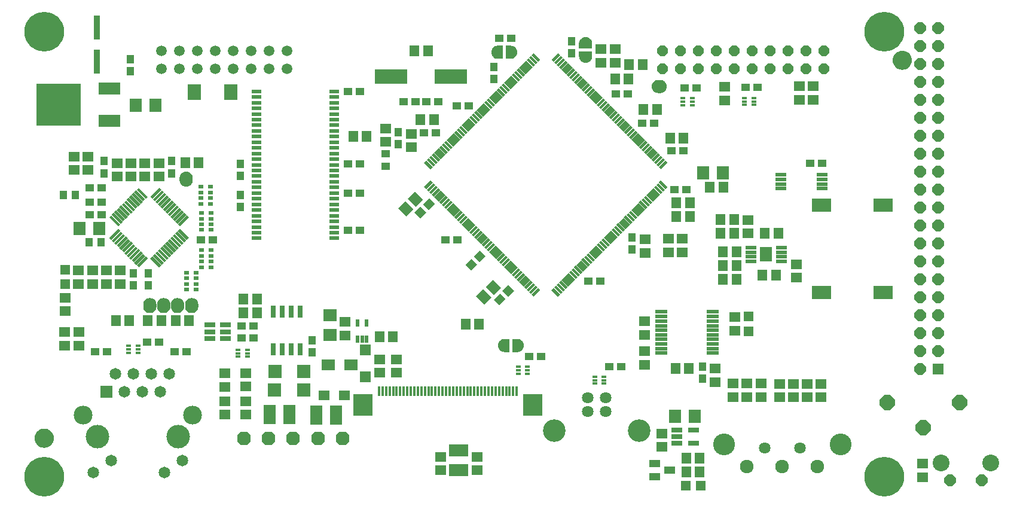
<source format=gts>
G75*
%MOIN*%
%OFA0B0*%
%FSLAX25Y25*%
%IPPOS*%
%LPD*%
%AMOC8*
5,1,8,0,0,1.08239X$1,22.5*
%
%ADD10C,0.00500*%
%ADD11R,0.18217X0.08374*%
%ADD12R,0.06406X0.05618*%
%ADD13R,0.05224X0.01681*%
%ADD14R,0.04437X0.04831*%
%ADD15R,0.04831X0.04437*%
%ADD16R,0.06799X0.07587*%
%ADD17R,0.05618X0.06406*%
%ADD18OC8,0.08374*%
%ADD19R,0.07587X0.09161*%
%ADD20R,0.24909X0.23335*%
%ADD21R,0.12311X0.06799*%
%ADD22R,0.03500X0.13300*%
%ADD23C,0.00250*%
%ADD24C,0.12555*%
%ADD25C,0.06406*%
%ADD26R,0.06406X0.06406*%
%ADD27OC8,0.06406*%
%ADD28C,0.05900*%
%ADD29OC8,0.07587*%
%ADD30C,0.07587*%
%ADD31C,0.12161*%
%ADD32C,0.09358*%
%ADD33R,0.05224X0.05224*%
%ADD34C,0.06500*%
%ADD35R,0.06500X0.06500*%
%ADD36C,0.13098*%
%ADD37C,0.10500*%
%ADD38R,0.03059X0.02469*%
%ADD39C,0.00100*%
%ADD40R,0.03075X0.01684*%
%ADD41R,0.01600X0.07100*%
%ADD42R,0.05224X0.02469*%
%ADD43R,0.11130X0.06799*%
%ADD44OC8,0.05900*%
%ADD45R,0.06300X0.01900*%
%ADD46R,0.07000X0.02200*%
%ADD47R,0.02075X0.03846*%
%ADD48R,0.07390X0.06406*%
%ADD49R,0.07587X0.06799*%
%ADD50R,0.11130X0.12311*%
%ADD51R,0.01681X0.05224*%
%ADD52R,0.06012X0.06012*%
%ADD53R,0.06406X0.05224*%
%ADD54R,0.07587X0.07193*%
%ADD55R,0.06799X0.11130*%
%ADD56R,0.06300X0.02700*%
%ADD57R,0.02862X0.06602*%
%ADD58R,0.06100X0.02200*%
%ADD59R,0.06700X0.07900*%
%ADD60R,0.10736X0.07587*%
%ADD61R,0.06012X0.04437*%
%ADD62C,0.22154*%
D10*
X0035800Y0178331D02*
X0036514Y0177831D01*
X0037304Y0177463D01*
X0038146Y0177237D01*
X0039014Y0177161D01*
X0039883Y0177237D01*
X0040725Y0177463D01*
X0041514Y0177831D01*
X0042228Y0178331D01*
X0042845Y0178947D01*
X0043345Y0179661D01*
X0043713Y0180451D01*
X0043938Y0181293D01*
X0044014Y0182161D01*
X0043938Y0183030D01*
X0043713Y0183872D01*
X0043345Y0184661D01*
X0042845Y0185375D01*
X0042228Y0185992D01*
X0041514Y0186492D01*
X0040725Y0186860D01*
X0039883Y0187085D01*
X0039014Y0187161D01*
X0038146Y0187085D01*
X0037304Y0186860D01*
X0036514Y0186492D01*
X0035800Y0185992D01*
X0035184Y0185375D01*
X0034684Y0184661D01*
X0034316Y0183872D01*
X0034090Y0183030D01*
X0034014Y0182161D01*
X0034090Y0181293D01*
X0034316Y0180451D01*
X0034684Y0179661D01*
X0035184Y0178947D01*
X0035800Y0178331D01*
X0036081Y0178135D02*
X0041948Y0178135D01*
X0042530Y0178633D02*
X0035499Y0178633D01*
X0035055Y0179132D02*
X0042974Y0179132D01*
X0043323Y0179630D02*
X0034706Y0179630D01*
X0034466Y0180129D02*
X0043562Y0180129D01*
X0043760Y0180627D02*
X0034269Y0180627D01*
X0034135Y0181126D02*
X0043894Y0181126D01*
X0043967Y0181624D02*
X0034061Y0181624D01*
X0034018Y0182123D02*
X0044011Y0182123D01*
X0043974Y0182621D02*
X0034055Y0182621D01*
X0034115Y0183120D02*
X0043914Y0183120D01*
X0043781Y0183618D02*
X0034248Y0183618D01*
X0034430Y0184117D02*
X0043599Y0184117D01*
X0043366Y0184615D02*
X0034663Y0184615D01*
X0035001Y0185114D02*
X0043028Y0185114D01*
X0042608Y0185612D02*
X0035421Y0185612D01*
X0035971Y0186111D02*
X0042058Y0186111D01*
X0041262Y0186609D02*
X0036767Y0186609D01*
X0038401Y0187108D02*
X0039628Y0187108D01*
X0041096Y0177636D02*
X0036933Y0177636D01*
X0512662Y0391081D02*
X0512437Y0391923D01*
X0512361Y0392791D01*
X0512437Y0393660D01*
X0512662Y0394501D01*
X0513031Y0395291D01*
X0513531Y0396005D01*
X0514147Y0396622D01*
X0514861Y0397121D01*
X0515651Y0397490D01*
X0516493Y0397715D01*
X0517361Y0397791D01*
X0518229Y0397715D01*
X0519071Y0397490D01*
X0519861Y0397121D01*
X0520575Y0396622D01*
X0521191Y0396005D01*
X0521691Y0395291D01*
X0522059Y0394501D01*
X0522285Y0393660D01*
X0522361Y0392791D01*
X0522285Y0391923D01*
X0522059Y0391081D01*
X0521691Y0390291D01*
X0521191Y0389577D01*
X0520575Y0388961D01*
X0519861Y0388461D01*
X0519071Y0388093D01*
X0518229Y0387867D01*
X0517361Y0387791D01*
X0516493Y0387867D01*
X0515651Y0388093D01*
X0514861Y0388461D01*
X0514147Y0388961D01*
X0513531Y0389577D01*
X0513031Y0390291D01*
X0512662Y0391081D01*
X0512701Y0390999D02*
X0522021Y0390999D01*
X0522171Y0391497D02*
X0512551Y0391497D01*
X0512430Y0391996D02*
X0522291Y0391996D01*
X0522335Y0392494D02*
X0512387Y0392494D01*
X0512379Y0392993D02*
X0522343Y0392993D01*
X0522300Y0393491D02*
X0512422Y0393491D01*
X0512525Y0393990D02*
X0522196Y0393990D01*
X0522063Y0394488D02*
X0512659Y0394488D01*
X0512889Y0394987D02*
X0521833Y0394987D01*
X0521555Y0395485D02*
X0513167Y0395485D01*
X0513516Y0395984D02*
X0521206Y0395984D01*
X0520714Y0396483D02*
X0514008Y0396483D01*
X0514660Y0396981D02*
X0520061Y0396981D01*
X0519093Y0397480D02*
X0515629Y0397480D01*
X0512933Y0390500D02*
X0521788Y0390500D01*
X0521488Y0390002D02*
X0513233Y0390002D01*
X0513605Y0389503D02*
X0521117Y0389503D01*
X0520619Y0389005D02*
X0514103Y0389005D01*
X0514796Y0388506D02*
X0519925Y0388506D01*
X0518754Y0388008D02*
X0515968Y0388008D01*
D11*
X0265652Y0383728D03*
X0232188Y0383728D03*
D12*
X0229220Y0354719D03*
X0229220Y0347238D03*
X0243720Y0344188D03*
X0243720Y0351669D03*
X0349470Y0391488D03*
X0357220Y0391488D03*
X0357220Y0398969D03*
X0349470Y0398969D03*
X0418420Y0377969D03*
X0418420Y0370488D03*
X0459870Y0370738D03*
X0459870Y0378219D03*
X0467620Y0378219D03*
X0467620Y0370738D03*
X0431470Y0303769D03*
X0431470Y0296288D03*
X0458470Y0279019D03*
X0458470Y0271538D03*
X0423870Y0249519D03*
X0423870Y0242038D03*
X0413120Y0220869D03*
X0413120Y0213388D03*
X0423070Y0212519D03*
X0423070Y0205038D03*
X0430820Y0205038D03*
X0438570Y0205038D03*
X0438570Y0212519D03*
X0430820Y0212519D03*
X0448920Y0212469D03*
X0456670Y0212469D03*
X0464420Y0212469D03*
X0472170Y0212469D03*
X0472170Y0204988D03*
X0464420Y0204988D03*
X0456670Y0204988D03*
X0448920Y0204988D03*
X0383220Y0184669D03*
X0383220Y0177188D03*
X0373720Y0223038D03*
X0373720Y0230519D03*
X0373670Y0239838D03*
X0373670Y0247319D03*
X0373920Y0285488D03*
X0373920Y0292969D03*
X0386970Y0293269D03*
X0386970Y0285788D03*
X0394670Y0285788D03*
X0394670Y0293269D03*
X0280220Y0171769D03*
X0280220Y0164288D03*
X0259870Y0164238D03*
X0259870Y0171719D03*
X0235470Y0218588D03*
X0226120Y0218538D03*
X0226120Y0226019D03*
X0235470Y0226069D03*
X0206770Y0239388D03*
X0206770Y0246869D03*
X0151420Y0218469D03*
X0151420Y0210988D03*
X0139670Y0210738D03*
X0139670Y0218219D03*
X0139670Y0202719D03*
X0151420Y0202719D03*
X0151420Y0195238D03*
X0139670Y0195238D03*
X0058270Y0233738D03*
X0058270Y0241219D03*
X0050470Y0241219D03*
X0050470Y0233738D03*
X0050520Y0252888D03*
X0050520Y0260369D03*
X0058170Y0268088D03*
X0065920Y0268088D03*
X0065920Y0275569D03*
X0058170Y0275569D03*
X0073670Y0275569D03*
X0081420Y0275569D03*
X0081420Y0268088D03*
X0073670Y0268088D03*
X0079670Y0327988D03*
X0087370Y0327988D03*
X0095120Y0327988D03*
X0102870Y0327988D03*
X0102870Y0335469D03*
X0095120Y0335469D03*
X0087370Y0335469D03*
X0079670Y0335469D03*
X0063420Y0339119D03*
X0055720Y0339119D03*
X0055720Y0331638D03*
X0063420Y0331638D03*
X0528670Y0167969D03*
X0528670Y0160488D03*
D13*
G36*
X0355000Y0298012D02*
X0358692Y0294320D01*
X0357504Y0293132D01*
X0353812Y0296824D01*
X0355000Y0298012D01*
G37*
G36*
X0356392Y0299404D02*
X0360084Y0295712D01*
X0358896Y0294524D01*
X0355204Y0298216D01*
X0356392Y0299404D01*
G37*
G36*
X0357784Y0300796D02*
X0361476Y0297104D01*
X0360288Y0295916D01*
X0356596Y0299608D01*
X0357784Y0300796D01*
G37*
G36*
X0359176Y0302188D02*
X0362868Y0298496D01*
X0361680Y0297308D01*
X0357988Y0301000D01*
X0359176Y0302188D01*
G37*
G36*
X0360568Y0303579D02*
X0364260Y0299887D01*
X0363072Y0298699D01*
X0359380Y0302391D01*
X0360568Y0303579D01*
G37*
G36*
X0361960Y0304971D02*
X0365652Y0301279D01*
X0364464Y0300091D01*
X0360772Y0303783D01*
X0361960Y0304971D01*
G37*
G36*
X0363352Y0306363D02*
X0367044Y0302671D01*
X0365856Y0301483D01*
X0362164Y0305175D01*
X0363352Y0306363D01*
G37*
G36*
X0364744Y0307755D02*
X0368436Y0304063D01*
X0367248Y0302875D01*
X0363556Y0306567D01*
X0364744Y0307755D01*
G37*
G36*
X0366136Y0309147D02*
X0369828Y0305455D01*
X0368640Y0304267D01*
X0364948Y0307959D01*
X0366136Y0309147D01*
G37*
G36*
X0367528Y0310539D02*
X0371220Y0306847D01*
X0370032Y0305659D01*
X0366340Y0309351D01*
X0367528Y0310539D01*
G37*
G36*
X0368920Y0311931D02*
X0372612Y0308239D01*
X0371424Y0307051D01*
X0367732Y0310743D01*
X0368920Y0311931D01*
G37*
G36*
X0370312Y0313323D02*
X0374004Y0309631D01*
X0372816Y0308443D01*
X0369124Y0312135D01*
X0370312Y0313323D01*
G37*
G36*
X0371704Y0314715D02*
X0375396Y0311023D01*
X0374208Y0309835D01*
X0370516Y0313527D01*
X0371704Y0314715D01*
G37*
G36*
X0373096Y0316107D02*
X0376788Y0312415D01*
X0375600Y0311227D01*
X0371908Y0314919D01*
X0373096Y0316107D01*
G37*
G36*
X0374488Y0317499D02*
X0378180Y0313807D01*
X0376992Y0312619D01*
X0373300Y0316311D01*
X0374488Y0317499D01*
G37*
G36*
X0375880Y0318891D02*
X0379572Y0315199D01*
X0378384Y0314011D01*
X0374692Y0317703D01*
X0375880Y0318891D01*
G37*
G36*
X0377271Y0320283D02*
X0380963Y0316591D01*
X0379775Y0315403D01*
X0376083Y0319095D01*
X0377271Y0320283D01*
G37*
G36*
X0378663Y0321675D02*
X0382355Y0317983D01*
X0381167Y0316795D01*
X0377475Y0320487D01*
X0378663Y0321675D01*
G37*
G36*
X0380055Y0323067D02*
X0383747Y0319375D01*
X0382559Y0318187D01*
X0378867Y0321879D01*
X0380055Y0323067D01*
G37*
G36*
X0381447Y0324459D02*
X0385139Y0320767D01*
X0383951Y0319579D01*
X0380259Y0323271D01*
X0381447Y0324459D01*
G37*
G36*
X0382839Y0325851D02*
X0386531Y0322159D01*
X0385343Y0320971D01*
X0381651Y0324663D01*
X0382839Y0325851D01*
G37*
G36*
X0381651Y0333294D02*
X0385343Y0336986D01*
X0386531Y0335798D01*
X0382839Y0332106D01*
X0381651Y0333294D01*
G37*
G36*
X0380259Y0334686D02*
X0383951Y0338378D01*
X0385139Y0337190D01*
X0381447Y0333498D01*
X0380259Y0334686D01*
G37*
G36*
X0378867Y0336078D02*
X0382559Y0339770D01*
X0383747Y0338582D01*
X0380055Y0334890D01*
X0378867Y0336078D01*
G37*
G36*
X0377475Y0337470D02*
X0381167Y0341162D01*
X0382355Y0339974D01*
X0378663Y0336282D01*
X0377475Y0337470D01*
G37*
G36*
X0376083Y0338862D02*
X0379775Y0342554D01*
X0380963Y0341366D01*
X0377271Y0337674D01*
X0376083Y0338862D01*
G37*
G36*
X0374692Y0340254D02*
X0378384Y0343946D01*
X0379572Y0342758D01*
X0375880Y0339066D01*
X0374692Y0340254D01*
G37*
G36*
X0373300Y0341646D02*
X0376992Y0345338D01*
X0378180Y0344150D01*
X0374488Y0340458D01*
X0373300Y0341646D01*
G37*
G36*
X0371908Y0343038D02*
X0375600Y0346730D01*
X0376788Y0345542D01*
X0373096Y0341850D01*
X0371908Y0343038D01*
G37*
G36*
X0370516Y0344430D02*
X0374208Y0348122D01*
X0375396Y0346934D01*
X0371704Y0343242D01*
X0370516Y0344430D01*
G37*
G36*
X0369124Y0345822D02*
X0372816Y0349514D01*
X0374004Y0348326D01*
X0370312Y0344634D01*
X0369124Y0345822D01*
G37*
G36*
X0367732Y0347214D02*
X0371424Y0350906D01*
X0372612Y0349718D01*
X0368920Y0346026D01*
X0367732Y0347214D01*
G37*
G36*
X0366340Y0348605D02*
X0370032Y0352297D01*
X0371220Y0351109D01*
X0367528Y0347417D01*
X0366340Y0348605D01*
G37*
G36*
X0364948Y0349997D02*
X0368640Y0353689D01*
X0369828Y0352501D01*
X0366136Y0348809D01*
X0364948Y0349997D01*
G37*
G36*
X0363556Y0351389D02*
X0367248Y0355081D01*
X0368436Y0353893D01*
X0364744Y0350201D01*
X0363556Y0351389D01*
G37*
G36*
X0362164Y0352781D02*
X0365856Y0356473D01*
X0367044Y0355285D01*
X0363352Y0351593D01*
X0362164Y0352781D01*
G37*
G36*
X0360772Y0354173D02*
X0364464Y0357865D01*
X0365652Y0356677D01*
X0361960Y0352985D01*
X0360772Y0354173D01*
G37*
G36*
X0359380Y0355565D02*
X0363072Y0359257D01*
X0364260Y0358069D01*
X0360568Y0354377D01*
X0359380Y0355565D01*
G37*
G36*
X0357988Y0356957D02*
X0361680Y0360649D01*
X0362868Y0359461D01*
X0359176Y0355769D01*
X0357988Y0356957D01*
G37*
G36*
X0356596Y0358349D02*
X0360288Y0362041D01*
X0361476Y0360853D01*
X0357784Y0357161D01*
X0356596Y0358349D01*
G37*
G36*
X0355204Y0359741D02*
X0358896Y0363433D01*
X0360084Y0362245D01*
X0356392Y0358553D01*
X0355204Y0359741D01*
G37*
G36*
X0353812Y0361133D02*
X0357504Y0364825D01*
X0358692Y0363637D01*
X0355000Y0359945D01*
X0353812Y0361133D01*
G37*
G36*
X0352420Y0362525D02*
X0356112Y0366217D01*
X0357300Y0365029D01*
X0353608Y0361337D01*
X0352420Y0362525D01*
G37*
G36*
X0351029Y0363917D02*
X0354721Y0367609D01*
X0355909Y0366421D01*
X0352217Y0362729D01*
X0351029Y0363917D01*
G37*
G36*
X0349637Y0365309D02*
X0353329Y0369001D01*
X0354517Y0367813D01*
X0350825Y0364121D01*
X0349637Y0365309D01*
G37*
G36*
X0348245Y0366701D02*
X0351937Y0370393D01*
X0353125Y0369205D01*
X0349433Y0365513D01*
X0348245Y0366701D01*
G37*
G36*
X0346853Y0368093D02*
X0350545Y0371785D01*
X0351733Y0370597D01*
X0348041Y0366905D01*
X0346853Y0368093D01*
G37*
G36*
X0345461Y0369485D02*
X0349153Y0373177D01*
X0350341Y0371989D01*
X0346649Y0368297D01*
X0345461Y0369485D01*
G37*
G36*
X0344069Y0370877D02*
X0347761Y0374569D01*
X0348949Y0373381D01*
X0345257Y0369689D01*
X0344069Y0370877D01*
G37*
G36*
X0342677Y0372268D02*
X0346369Y0375960D01*
X0347557Y0374772D01*
X0343865Y0371080D01*
X0342677Y0372268D01*
G37*
G36*
X0341285Y0373660D02*
X0344977Y0377352D01*
X0346165Y0376164D01*
X0342473Y0372472D01*
X0341285Y0373660D01*
G37*
G36*
X0339893Y0375052D02*
X0343585Y0378744D01*
X0344773Y0377556D01*
X0341081Y0373864D01*
X0339893Y0375052D01*
G37*
G36*
X0338501Y0376444D02*
X0342193Y0380136D01*
X0343381Y0378948D01*
X0339689Y0375256D01*
X0338501Y0376444D01*
G37*
G36*
X0337109Y0377836D02*
X0340801Y0381528D01*
X0341989Y0380340D01*
X0338297Y0376648D01*
X0337109Y0377836D01*
G37*
G36*
X0335717Y0379228D02*
X0339409Y0382920D01*
X0340597Y0381732D01*
X0336905Y0378040D01*
X0335717Y0379228D01*
G37*
G36*
X0334325Y0380620D02*
X0338017Y0384312D01*
X0339205Y0383124D01*
X0335513Y0379432D01*
X0334325Y0380620D01*
G37*
G36*
X0332933Y0382012D02*
X0336625Y0385704D01*
X0337813Y0384516D01*
X0334121Y0380824D01*
X0332933Y0382012D01*
G37*
G36*
X0331541Y0383404D02*
X0335233Y0387096D01*
X0336421Y0385908D01*
X0332729Y0382216D01*
X0331541Y0383404D01*
G37*
G36*
X0330149Y0384796D02*
X0333841Y0388488D01*
X0335029Y0387300D01*
X0331337Y0383608D01*
X0330149Y0384796D01*
G37*
G36*
X0328757Y0386188D02*
X0332449Y0389880D01*
X0333637Y0388692D01*
X0329945Y0385000D01*
X0328757Y0386188D01*
G37*
G36*
X0327365Y0387580D02*
X0331057Y0391272D01*
X0332245Y0390084D01*
X0328553Y0386392D01*
X0327365Y0387580D01*
G37*
G36*
X0325974Y0388972D02*
X0329666Y0392664D01*
X0330854Y0391476D01*
X0327162Y0387784D01*
X0325974Y0388972D01*
G37*
G36*
X0324582Y0390364D02*
X0328274Y0394056D01*
X0329462Y0392868D01*
X0325770Y0389176D01*
X0324582Y0390364D01*
G37*
G36*
X0323190Y0391756D02*
X0326882Y0395448D01*
X0328070Y0394260D01*
X0324378Y0390568D01*
X0323190Y0391756D01*
G37*
G36*
X0321798Y0393148D02*
X0325490Y0396840D01*
X0326678Y0395652D01*
X0322986Y0391960D01*
X0321798Y0393148D01*
G37*
G36*
X0314354Y0391960D02*
X0310662Y0395652D01*
X0311850Y0396840D01*
X0315542Y0393148D01*
X0314354Y0391960D01*
G37*
G36*
X0312962Y0390568D02*
X0309270Y0394260D01*
X0310458Y0395448D01*
X0314150Y0391756D01*
X0312962Y0390568D01*
G37*
G36*
X0311570Y0389176D02*
X0307878Y0392868D01*
X0309066Y0394056D01*
X0312758Y0390364D01*
X0311570Y0389176D01*
G37*
G36*
X0310178Y0387784D02*
X0306486Y0391476D01*
X0307674Y0392664D01*
X0311366Y0388972D01*
X0310178Y0387784D01*
G37*
G36*
X0308786Y0386392D02*
X0305094Y0390084D01*
X0306282Y0391272D01*
X0309974Y0387580D01*
X0308786Y0386392D01*
G37*
G36*
X0307394Y0385000D02*
X0303702Y0388692D01*
X0304890Y0389880D01*
X0308582Y0386188D01*
X0307394Y0385000D01*
G37*
G36*
X0306003Y0383608D02*
X0302311Y0387300D01*
X0303499Y0388488D01*
X0307191Y0384796D01*
X0306003Y0383608D01*
G37*
G36*
X0304611Y0382216D02*
X0300919Y0385908D01*
X0302107Y0387096D01*
X0305799Y0383404D01*
X0304611Y0382216D01*
G37*
G36*
X0303219Y0380824D02*
X0299527Y0384516D01*
X0300715Y0385704D01*
X0304407Y0382012D01*
X0303219Y0380824D01*
G37*
G36*
X0301827Y0379432D02*
X0298135Y0383124D01*
X0299323Y0384312D01*
X0303015Y0380620D01*
X0301827Y0379432D01*
G37*
G36*
X0300435Y0378040D02*
X0296743Y0381732D01*
X0297931Y0382920D01*
X0301623Y0379228D01*
X0300435Y0378040D01*
G37*
G36*
X0299043Y0376648D02*
X0295351Y0380340D01*
X0296539Y0381528D01*
X0300231Y0377836D01*
X0299043Y0376648D01*
G37*
G36*
X0297651Y0375256D02*
X0293959Y0378948D01*
X0295147Y0380136D01*
X0298839Y0376444D01*
X0297651Y0375256D01*
G37*
G36*
X0296259Y0373864D02*
X0292567Y0377556D01*
X0293755Y0378744D01*
X0297447Y0375052D01*
X0296259Y0373864D01*
G37*
G36*
X0294867Y0372472D02*
X0291175Y0376164D01*
X0292363Y0377352D01*
X0296055Y0373660D01*
X0294867Y0372472D01*
G37*
G36*
X0293475Y0371080D02*
X0289783Y0374772D01*
X0290971Y0375960D01*
X0294663Y0372268D01*
X0293475Y0371080D01*
G37*
G36*
X0292083Y0369689D02*
X0288391Y0373381D01*
X0289579Y0374569D01*
X0293271Y0370877D01*
X0292083Y0369689D01*
G37*
G36*
X0290691Y0368297D02*
X0286999Y0371989D01*
X0288187Y0373177D01*
X0291879Y0369485D01*
X0290691Y0368297D01*
G37*
G36*
X0289299Y0366905D02*
X0285607Y0370597D01*
X0286795Y0371785D01*
X0290487Y0368093D01*
X0289299Y0366905D01*
G37*
G36*
X0287907Y0365513D02*
X0284215Y0369205D01*
X0285403Y0370393D01*
X0289095Y0366701D01*
X0287907Y0365513D01*
G37*
G36*
X0286515Y0364121D02*
X0282823Y0367813D01*
X0284011Y0369001D01*
X0287703Y0365309D01*
X0286515Y0364121D01*
G37*
G36*
X0285123Y0362729D02*
X0281431Y0366421D01*
X0282619Y0367609D01*
X0286311Y0363917D01*
X0285123Y0362729D01*
G37*
G36*
X0283731Y0361337D02*
X0280039Y0365029D01*
X0281227Y0366217D01*
X0284919Y0362525D01*
X0283731Y0361337D01*
G37*
G36*
X0282339Y0359945D02*
X0278647Y0363637D01*
X0279835Y0364825D01*
X0283527Y0361133D01*
X0282339Y0359945D01*
G37*
G36*
X0280948Y0358553D02*
X0277256Y0362245D01*
X0278444Y0363433D01*
X0282136Y0359741D01*
X0280948Y0358553D01*
G37*
G36*
X0279556Y0357161D02*
X0275864Y0360853D01*
X0277052Y0362041D01*
X0280744Y0358349D01*
X0279556Y0357161D01*
G37*
G36*
X0278164Y0355769D02*
X0274472Y0359461D01*
X0275660Y0360649D01*
X0279352Y0356957D01*
X0278164Y0355769D01*
G37*
G36*
X0276772Y0354377D02*
X0273080Y0358069D01*
X0274268Y0359257D01*
X0277960Y0355565D01*
X0276772Y0354377D01*
G37*
G36*
X0275380Y0352985D02*
X0271688Y0356677D01*
X0272876Y0357865D01*
X0276568Y0354173D01*
X0275380Y0352985D01*
G37*
G36*
X0273988Y0351593D02*
X0270296Y0355285D01*
X0271484Y0356473D01*
X0275176Y0352781D01*
X0273988Y0351593D01*
G37*
G36*
X0272596Y0350201D02*
X0268904Y0353893D01*
X0270092Y0355081D01*
X0273784Y0351389D01*
X0272596Y0350201D01*
G37*
G36*
X0271204Y0348809D02*
X0267512Y0352501D01*
X0268700Y0353689D01*
X0272392Y0349997D01*
X0271204Y0348809D01*
G37*
G36*
X0269812Y0347417D02*
X0266120Y0351109D01*
X0267308Y0352297D01*
X0271000Y0348605D01*
X0269812Y0347417D01*
G37*
G36*
X0268420Y0346026D02*
X0264728Y0349718D01*
X0265916Y0350906D01*
X0269608Y0347214D01*
X0268420Y0346026D01*
G37*
G36*
X0267028Y0344634D02*
X0263336Y0348326D01*
X0264524Y0349514D01*
X0268216Y0345822D01*
X0267028Y0344634D01*
G37*
G36*
X0265636Y0343242D02*
X0261944Y0346934D01*
X0263132Y0348122D01*
X0266824Y0344430D01*
X0265636Y0343242D01*
G37*
G36*
X0264244Y0341850D02*
X0260552Y0345542D01*
X0261740Y0346730D01*
X0265432Y0343038D01*
X0264244Y0341850D01*
G37*
G36*
X0262852Y0340458D02*
X0259160Y0344150D01*
X0260348Y0345338D01*
X0264040Y0341646D01*
X0262852Y0340458D01*
G37*
G36*
X0261460Y0339066D02*
X0257768Y0342758D01*
X0258956Y0343946D01*
X0262648Y0340254D01*
X0261460Y0339066D01*
G37*
G36*
X0260068Y0337674D02*
X0256376Y0341366D01*
X0257564Y0342554D01*
X0261256Y0338862D01*
X0260068Y0337674D01*
G37*
G36*
X0258676Y0336282D02*
X0254984Y0339974D01*
X0256172Y0341162D01*
X0259864Y0337470D01*
X0258676Y0336282D01*
G37*
G36*
X0257285Y0334890D02*
X0253593Y0338582D01*
X0254781Y0339770D01*
X0258473Y0336078D01*
X0257285Y0334890D01*
G37*
G36*
X0255893Y0333498D02*
X0252201Y0337190D01*
X0253389Y0338378D01*
X0257081Y0334686D01*
X0255893Y0333498D01*
G37*
G36*
X0254501Y0332106D02*
X0250809Y0335798D01*
X0251997Y0336986D01*
X0255689Y0333294D01*
X0254501Y0332106D01*
G37*
G36*
X0255689Y0324663D02*
X0251997Y0320971D01*
X0250809Y0322159D01*
X0254501Y0325851D01*
X0255689Y0324663D01*
G37*
G36*
X0257081Y0323271D02*
X0253389Y0319579D01*
X0252201Y0320767D01*
X0255893Y0324459D01*
X0257081Y0323271D01*
G37*
G36*
X0258473Y0321879D02*
X0254781Y0318187D01*
X0253593Y0319375D01*
X0257285Y0323067D01*
X0258473Y0321879D01*
G37*
G36*
X0259864Y0320487D02*
X0256172Y0316795D01*
X0254984Y0317983D01*
X0258676Y0321675D01*
X0259864Y0320487D01*
G37*
G36*
X0261256Y0319095D02*
X0257564Y0315403D01*
X0256376Y0316591D01*
X0260068Y0320283D01*
X0261256Y0319095D01*
G37*
G36*
X0262648Y0317703D02*
X0258956Y0314011D01*
X0257768Y0315199D01*
X0261460Y0318891D01*
X0262648Y0317703D01*
G37*
G36*
X0264040Y0316311D02*
X0260348Y0312619D01*
X0259160Y0313807D01*
X0262852Y0317499D01*
X0264040Y0316311D01*
G37*
G36*
X0265432Y0314919D02*
X0261740Y0311227D01*
X0260552Y0312415D01*
X0264244Y0316107D01*
X0265432Y0314919D01*
G37*
G36*
X0266824Y0313527D02*
X0263132Y0309835D01*
X0261944Y0311023D01*
X0265636Y0314715D01*
X0266824Y0313527D01*
G37*
G36*
X0268216Y0312135D02*
X0264524Y0308443D01*
X0263336Y0309631D01*
X0267028Y0313323D01*
X0268216Y0312135D01*
G37*
G36*
X0269608Y0310743D02*
X0265916Y0307051D01*
X0264728Y0308239D01*
X0268420Y0311931D01*
X0269608Y0310743D01*
G37*
G36*
X0271000Y0309351D02*
X0267308Y0305659D01*
X0266120Y0306847D01*
X0269812Y0310539D01*
X0271000Y0309351D01*
G37*
G36*
X0272392Y0307959D02*
X0268700Y0304267D01*
X0267512Y0305455D01*
X0271204Y0309147D01*
X0272392Y0307959D01*
G37*
G36*
X0273784Y0306567D02*
X0270092Y0302875D01*
X0268904Y0304063D01*
X0272596Y0307755D01*
X0273784Y0306567D01*
G37*
G36*
X0275176Y0305175D02*
X0271484Y0301483D01*
X0270296Y0302671D01*
X0273988Y0306363D01*
X0275176Y0305175D01*
G37*
G36*
X0276568Y0303783D02*
X0272876Y0300091D01*
X0271688Y0301279D01*
X0275380Y0304971D01*
X0276568Y0303783D01*
G37*
G36*
X0277960Y0302391D02*
X0274268Y0298699D01*
X0273080Y0299887D01*
X0276772Y0303579D01*
X0277960Y0302391D01*
G37*
G36*
X0279352Y0301000D02*
X0275660Y0297308D01*
X0274472Y0298496D01*
X0278164Y0302188D01*
X0279352Y0301000D01*
G37*
G36*
X0280744Y0299608D02*
X0277052Y0295916D01*
X0275864Y0297104D01*
X0279556Y0300796D01*
X0280744Y0299608D01*
G37*
G36*
X0282136Y0298216D02*
X0278444Y0294524D01*
X0277256Y0295712D01*
X0280948Y0299404D01*
X0282136Y0298216D01*
G37*
G36*
X0283527Y0296824D02*
X0279835Y0293132D01*
X0278647Y0294320D01*
X0282339Y0298012D01*
X0283527Y0296824D01*
G37*
G36*
X0284919Y0295432D02*
X0281227Y0291740D01*
X0280039Y0292928D01*
X0283731Y0296620D01*
X0284919Y0295432D01*
G37*
G36*
X0286311Y0294040D02*
X0282619Y0290348D01*
X0281431Y0291536D01*
X0285123Y0295228D01*
X0286311Y0294040D01*
G37*
G36*
X0287703Y0292648D02*
X0284011Y0288956D01*
X0282823Y0290144D01*
X0286515Y0293836D01*
X0287703Y0292648D01*
G37*
G36*
X0289095Y0291256D02*
X0285403Y0287564D01*
X0284215Y0288752D01*
X0287907Y0292444D01*
X0289095Y0291256D01*
G37*
G36*
X0290487Y0289864D02*
X0286795Y0286172D01*
X0285607Y0287360D01*
X0289299Y0291052D01*
X0290487Y0289864D01*
G37*
G36*
X0291879Y0288472D02*
X0288187Y0284780D01*
X0286999Y0285968D01*
X0290691Y0289660D01*
X0291879Y0288472D01*
G37*
G36*
X0293271Y0287080D02*
X0289579Y0283388D01*
X0288391Y0284576D01*
X0292083Y0288268D01*
X0293271Y0287080D01*
G37*
G36*
X0294663Y0285688D02*
X0290971Y0281996D01*
X0289783Y0283184D01*
X0293475Y0286876D01*
X0294663Y0285688D01*
G37*
G36*
X0296055Y0284296D02*
X0292363Y0280604D01*
X0291175Y0281792D01*
X0294867Y0285484D01*
X0296055Y0284296D01*
G37*
G36*
X0297447Y0282904D02*
X0293755Y0279212D01*
X0292567Y0280400D01*
X0296259Y0284092D01*
X0297447Y0282904D01*
G37*
G36*
X0298839Y0281512D02*
X0295147Y0277820D01*
X0293959Y0279008D01*
X0297651Y0282700D01*
X0298839Y0281512D01*
G37*
G36*
X0300231Y0280120D02*
X0296539Y0276428D01*
X0295351Y0277616D01*
X0299043Y0281308D01*
X0300231Y0280120D01*
G37*
G36*
X0301623Y0278728D02*
X0297931Y0275036D01*
X0296743Y0276224D01*
X0300435Y0279916D01*
X0301623Y0278728D01*
G37*
G36*
X0303015Y0277337D02*
X0299323Y0273645D01*
X0298135Y0274833D01*
X0301827Y0278525D01*
X0303015Y0277337D01*
G37*
G36*
X0304407Y0275945D02*
X0300715Y0272253D01*
X0299527Y0273441D01*
X0303219Y0277133D01*
X0304407Y0275945D01*
G37*
G36*
X0305799Y0274553D02*
X0302107Y0270861D01*
X0300919Y0272049D01*
X0304611Y0275741D01*
X0305799Y0274553D01*
G37*
G36*
X0307191Y0273161D02*
X0303499Y0269469D01*
X0302311Y0270657D01*
X0306003Y0274349D01*
X0307191Y0273161D01*
G37*
G36*
X0308582Y0271769D02*
X0304890Y0268077D01*
X0303702Y0269265D01*
X0307394Y0272957D01*
X0308582Y0271769D01*
G37*
G36*
X0309974Y0270377D02*
X0306282Y0266685D01*
X0305094Y0267873D01*
X0308786Y0271565D01*
X0309974Y0270377D01*
G37*
G36*
X0311366Y0268985D02*
X0307674Y0265293D01*
X0306486Y0266481D01*
X0310178Y0270173D01*
X0311366Y0268985D01*
G37*
G36*
X0312758Y0267593D02*
X0309066Y0263901D01*
X0307878Y0265089D01*
X0311570Y0268781D01*
X0312758Y0267593D01*
G37*
G36*
X0314150Y0266201D02*
X0310458Y0262509D01*
X0309270Y0263697D01*
X0312962Y0267389D01*
X0314150Y0266201D01*
G37*
G36*
X0315542Y0264809D02*
X0311850Y0261117D01*
X0310662Y0262305D01*
X0314354Y0265997D01*
X0315542Y0264809D01*
G37*
G36*
X0322986Y0265997D02*
X0326678Y0262305D01*
X0325490Y0261117D01*
X0321798Y0264809D01*
X0322986Y0265997D01*
G37*
G36*
X0324378Y0267389D02*
X0328070Y0263697D01*
X0326882Y0262509D01*
X0323190Y0266201D01*
X0324378Y0267389D01*
G37*
G36*
X0325770Y0268781D02*
X0329462Y0265089D01*
X0328274Y0263901D01*
X0324582Y0267593D01*
X0325770Y0268781D01*
G37*
G36*
X0327162Y0270173D02*
X0330854Y0266481D01*
X0329666Y0265293D01*
X0325974Y0268985D01*
X0327162Y0270173D01*
G37*
G36*
X0328553Y0271565D02*
X0332245Y0267873D01*
X0331057Y0266685D01*
X0327365Y0270377D01*
X0328553Y0271565D01*
G37*
G36*
X0329945Y0272957D02*
X0333637Y0269265D01*
X0332449Y0268077D01*
X0328757Y0271769D01*
X0329945Y0272957D01*
G37*
G36*
X0331337Y0274349D02*
X0335029Y0270657D01*
X0333841Y0269469D01*
X0330149Y0273161D01*
X0331337Y0274349D01*
G37*
G36*
X0332729Y0275741D02*
X0336421Y0272049D01*
X0335233Y0270861D01*
X0331541Y0274553D01*
X0332729Y0275741D01*
G37*
G36*
X0334121Y0277133D02*
X0337813Y0273441D01*
X0336625Y0272253D01*
X0332933Y0275945D01*
X0334121Y0277133D01*
G37*
G36*
X0335513Y0278525D02*
X0339205Y0274833D01*
X0338017Y0273645D01*
X0334325Y0277337D01*
X0335513Y0278525D01*
G37*
G36*
X0336905Y0279916D02*
X0340597Y0276224D01*
X0339409Y0275036D01*
X0335717Y0278728D01*
X0336905Y0279916D01*
G37*
G36*
X0338297Y0281308D02*
X0341989Y0277616D01*
X0340801Y0276428D01*
X0337109Y0280120D01*
X0338297Y0281308D01*
G37*
G36*
X0339689Y0282700D02*
X0343381Y0279008D01*
X0342193Y0277820D01*
X0338501Y0281512D01*
X0339689Y0282700D01*
G37*
G36*
X0341081Y0284092D02*
X0344773Y0280400D01*
X0343585Y0279212D01*
X0339893Y0282904D01*
X0341081Y0284092D01*
G37*
G36*
X0342473Y0285484D02*
X0346165Y0281792D01*
X0344977Y0280604D01*
X0341285Y0284296D01*
X0342473Y0285484D01*
G37*
G36*
X0343865Y0286876D02*
X0347557Y0283184D01*
X0346369Y0281996D01*
X0342677Y0285688D01*
X0343865Y0286876D01*
G37*
G36*
X0345257Y0288268D02*
X0348949Y0284576D01*
X0347761Y0283388D01*
X0344069Y0287080D01*
X0345257Y0288268D01*
G37*
G36*
X0346649Y0289660D02*
X0350341Y0285968D01*
X0349153Y0284780D01*
X0345461Y0288472D01*
X0346649Y0289660D01*
G37*
G36*
X0348041Y0291052D02*
X0351733Y0287360D01*
X0350545Y0286172D01*
X0346853Y0289864D01*
X0348041Y0291052D01*
G37*
G36*
X0349433Y0292444D02*
X0353125Y0288752D01*
X0351937Y0287564D01*
X0348245Y0291256D01*
X0349433Y0292444D01*
G37*
G36*
X0350825Y0293836D02*
X0354517Y0290144D01*
X0353329Y0288956D01*
X0349637Y0292648D01*
X0350825Y0293836D01*
G37*
G36*
X0352217Y0295228D02*
X0355909Y0291536D01*
X0354721Y0290348D01*
X0351029Y0294040D01*
X0352217Y0295228D01*
G37*
G36*
X0353608Y0296620D02*
X0357300Y0292928D01*
X0356112Y0291740D01*
X0352420Y0295432D01*
X0353608Y0296620D01*
G37*
D14*
X0366670Y0294025D03*
X0366670Y0287332D03*
X0405870Y0221975D03*
X0405870Y0215282D03*
X0236420Y0346132D03*
X0236420Y0352825D03*
X0289820Y0382282D03*
X0289820Y0388975D03*
X0333170Y0396682D03*
X0333170Y0403375D03*
X0148220Y0334875D03*
X0148220Y0328182D03*
X0148220Y0317575D03*
X0148220Y0310882D03*
X0110120Y0329832D03*
X0110120Y0336525D03*
X0072420Y0336525D03*
X0072420Y0329832D03*
X0056266Y0317628D03*
X0049573Y0317628D03*
X0064073Y0291328D03*
X0070766Y0291328D03*
X0088670Y0273975D03*
X0088670Y0267282D03*
X0096920Y0267232D03*
X0096920Y0273925D03*
X0188470Y0236725D03*
X0188470Y0230032D03*
X0086920Y0386782D03*
X0086920Y0393475D03*
D15*
X0070916Y0321778D03*
X0064223Y0321778D03*
X0064323Y0313578D03*
X0071016Y0313578D03*
X0071016Y0306828D03*
X0064323Y0306828D03*
X0126273Y0292628D03*
X0132966Y0292628D03*
X0149073Y0244728D03*
X0155766Y0244728D03*
X0155766Y0237978D03*
X0149073Y0237978D03*
X0118316Y0230228D03*
X0111623Y0230228D03*
X0102916Y0235728D03*
X0096223Y0235728D03*
X0074066Y0230228D03*
X0067373Y0230228D03*
X0208473Y0298078D03*
X0215166Y0298078D03*
X0215016Y0318728D03*
X0208323Y0318728D03*
X0208373Y0335078D03*
X0215066Y0335078D03*
X0229220Y0333832D03*
X0229220Y0340525D03*
X0250573Y0352228D03*
X0257266Y0352228D03*
X0258766Y0369728D03*
X0252073Y0369728D03*
X0246016Y0369728D03*
X0239323Y0369728D03*
X0215016Y0375478D03*
X0208323Y0375478D03*
X0269073Y0367228D03*
X0275766Y0367228D03*
X0292523Y0404978D03*
X0299216Y0404978D03*
X0357773Y0373928D03*
X0364466Y0373928D03*
X0372473Y0357528D03*
X0379166Y0357528D03*
X0388723Y0342228D03*
X0395416Y0342228D03*
X0397016Y0320728D03*
X0390323Y0320728D03*
X0349116Y0269828D03*
X0342423Y0269828D03*
G36*
X0294410Y0264156D02*
X0297825Y0267571D01*
X0300962Y0264434D01*
X0297547Y0261019D01*
X0294410Y0264156D01*
G37*
G36*
X0289678Y0259423D02*
X0293093Y0262838D01*
X0296230Y0259701D01*
X0292815Y0256286D01*
X0289678Y0259423D01*
G37*
G36*
X0273728Y0278673D02*
X0277143Y0282088D01*
X0280280Y0278951D01*
X0276865Y0275536D01*
X0273728Y0278673D01*
G37*
G36*
X0278460Y0283406D02*
X0281875Y0286821D01*
X0285012Y0283684D01*
X0281597Y0280269D01*
X0278460Y0283406D01*
G37*
X0269366Y0292828D03*
X0262673Y0292828D03*
G36*
X0245428Y0307773D02*
X0248843Y0311188D01*
X0251980Y0308051D01*
X0248565Y0304636D01*
X0245428Y0307773D01*
G37*
G36*
X0250160Y0312506D02*
X0253575Y0315921D01*
X0256712Y0312784D01*
X0253297Y0309369D01*
X0250160Y0312506D01*
G37*
X0309273Y0227578D03*
X0315966Y0227578D03*
X0354023Y0222028D03*
X0360716Y0222028D03*
X0466073Y0335378D03*
X0472766Y0335378D03*
X0436616Y0377578D03*
X0429923Y0377578D03*
X0402566Y0377378D03*
X0395873Y0377378D03*
D16*
X0406308Y0330128D03*
X0417332Y0330128D03*
X0401682Y0194428D03*
X0390658Y0194428D03*
X0100932Y0367728D03*
X0089908Y0367728D03*
X0069682Y0299078D03*
X0058658Y0299078D03*
D17*
X0117630Y0335578D03*
X0125110Y0335578D03*
X0211230Y0350228D03*
X0218710Y0350228D03*
X0248780Y0359628D03*
X0256260Y0359628D03*
X0252910Y0397978D03*
X0245430Y0397978D03*
G36*
X0250116Y0315045D02*
X0246143Y0311072D01*
X0241614Y0315601D01*
X0245587Y0319574D01*
X0250116Y0315045D01*
G37*
G36*
X0244826Y0309756D02*
X0240853Y0305783D01*
X0236324Y0310312D01*
X0240297Y0314285D01*
X0244826Y0309756D01*
G37*
G36*
X0285114Y0266501D02*
X0289087Y0270474D01*
X0293616Y0265945D01*
X0289643Y0261972D01*
X0285114Y0266501D01*
G37*
G36*
X0279824Y0261212D02*
X0283797Y0265185D01*
X0288326Y0260656D01*
X0284353Y0256683D01*
X0279824Y0261212D01*
G37*
X0281360Y0245578D03*
X0273880Y0245578D03*
X0233510Y0238778D03*
X0226030Y0238778D03*
X0157660Y0251978D03*
X0150180Y0251978D03*
X0150180Y0259728D03*
X0157660Y0259728D03*
X0119760Y0247778D03*
X0112280Y0247778D03*
X0104260Y0247728D03*
X0096780Y0247728D03*
X0086360Y0247678D03*
X0078880Y0247678D03*
X0357280Y0382478D03*
X0364760Y0382478D03*
X0365080Y0390278D03*
X0372560Y0390278D03*
X0373130Y0365278D03*
X0380610Y0365278D03*
X0387930Y0349478D03*
X0395410Y0349478D03*
X0410080Y0321878D03*
X0417560Y0321878D03*
X0398910Y0313478D03*
X0391430Y0313478D03*
X0391430Y0305728D03*
X0398910Y0305728D03*
X0416080Y0303928D03*
X0423560Y0303928D03*
X0423560Y0296178D03*
X0416080Y0296178D03*
X0417480Y0286028D03*
X0424960Y0286028D03*
X0424960Y0278278D03*
X0424960Y0270528D03*
X0417480Y0270528D03*
X0417480Y0278278D03*
X0439480Y0273028D03*
X0446960Y0273028D03*
X0448210Y0296278D03*
X0440730Y0296278D03*
X0398360Y0221028D03*
X0390880Y0221028D03*
X0397030Y0171028D03*
X0404510Y0171028D03*
X0404510Y0163278D03*
X0397030Y0163278D03*
D18*
X0509091Y0202065D03*
X0529170Y0187892D03*
X0549249Y0202065D03*
D19*
X0142909Y0375128D03*
X0122831Y0375128D03*
D20*
X0047050Y0367978D03*
D21*
X0075318Y0359002D03*
X0075318Y0376955D03*
D22*
X0068420Y0391978D03*
X0068420Y0410978D03*
D23*
X0288270Y0397378D02*
X0288337Y0396696D01*
X0288536Y0396039D01*
X0288860Y0395434D01*
X0289295Y0394903D01*
X0289825Y0394468D01*
X0290431Y0394145D01*
X0291087Y0393946D01*
X0291770Y0393878D01*
X0294270Y0393878D01*
X0294270Y0400878D01*
X0291770Y0400878D01*
X0291087Y0400811D01*
X0290431Y0400612D01*
X0289825Y0400288D01*
X0289295Y0399853D01*
X0288860Y0399323D01*
X0288536Y0398718D01*
X0288337Y0398061D01*
X0288270Y0397378D01*
X0288280Y0397476D02*
X0294270Y0397476D01*
X0294270Y0397228D02*
X0288285Y0397228D01*
X0288309Y0396979D02*
X0294270Y0396979D01*
X0294270Y0396731D02*
X0288334Y0396731D01*
X0288402Y0396482D02*
X0294270Y0396482D01*
X0294270Y0396234D02*
X0288477Y0396234D01*
X0288565Y0395985D02*
X0294270Y0395985D01*
X0294270Y0395737D02*
X0288698Y0395737D01*
X0288831Y0395488D02*
X0294270Y0395488D01*
X0294270Y0395240D02*
X0289019Y0395240D01*
X0289223Y0394991D02*
X0294270Y0394991D01*
X0294270Y0394743D02*
X0289491Y0394743D01*
X0289794Y0394494D02*
X0294270Y0394494D01*
X0294270Y0394246D02*
X0290242Y0394246D01*
X0290917Y0393997D02*
X0294270Y0393997D01*
X0296270Y0393997D02*
X0299623Y0393997D01*
X0299453Y0393946D02*
X0300109Y0394145D01*
X0300714Y0394468D01*
X0301245Y0394903D01*
X0301680Y0395434D01*
X0302004Y0396039D01*
X0302203Y0396696D01*
X0302270Y0397378D01*
X0302203Y0398061D01*
X0302004Y0398718D01*
X0301680Y0399323D01*
X0301245Y0399853D01*
X0300714Y0400288D01*
X0300109Y0400612D01*
X0299453Y0400811D01*
X0298770Y0400878D01*
X0296270Y0400878D01*
X0296270Y0393878D01*
X0298770Y0393878D01*
X0299453Y0393946D01*
X0300298Y0394246D02*
X0296270Y0394246D01*
X0296270Y0394494D02*
X0300746Y0394494D01*
X0301049Y0394743D02*
X0296270Y0394743D01*
X0296270Y0394991D02*
X0301317Y0394991D01*
X0301521Y0395240D02*
X0296270Y0395240D01*
X0296270Y0395488D02*
X0301709Y0395488D01*
X0301842Y0395737D02*
X0296270Y0395737D01*
X0296270Y0395985D02*
X0301975Y0395985D01*
X0302063Y0396234D02*
X0296270Y0396234D01*
X0296270Y0396482D02*
X0302138Y0396482D01*
X0302206Y0396731D02*
X0296270Y0396731D01*
X0296270Y0396979D02*
X0302231Y0396979D01*
X0302255Y0397228D02*
X0296270Y0397228D01*
X0296270Y0397476D02*
X0302260Y0397476D01*
X0302236Y0397725D02*
X0296270Y0397725D01*
X0296270Y0397973D02*
X0302211Y0397973D01*
X0302154Y0398222D02*
X0296270Y0398222D01*
X0296270Y0398470D02*
X0302079Y0398470D01*
X0302003Y0398719D02*
X0296270Y0398719D01*
X0296270Y0398967D02*
X0301870Y0398967D01*
X0301737Y0399216D02*
X0296270Y0399216D01*
X0296270Y0399464D02*
X0301564Y0399464D01*
X0301360Y0399713D02*
X0296270Y0399713D01*
X0296270Y0399961D02*
X0301113Y0399961D01*
X0300810Y0400210D02*
X0296270Y0400210D01*
X0296270Y0400458D02*
X0300397Y0400458D01*
X0299796Y0400707D02*
X0296270Y0400707D01*
X0294270Y0400707D02*
X0290744Y0400707D01*
X0290143Y0400458D02*
X0294270Y0400458D01*
X0294270Y0400210D02*
X0289730Y0400210D01*
X0289427Y0399961D02*
X0294270Y0399961D01*
X0294270Y0399713D02*
X0289180Y0399713D01*
X0288976Y0399464D02*
X0294270Y0399464D01*
X0294270Y0399216D02*
X0288803Y0399216D01*
X0288670Y0398967D02*
X0294270Y0398967D01*
X0294270Y0398719D02*
X0288537Y0398719D01*
X0288461Y0398470D02*
X0294270Y0398470D01*
X0294270Y0398222D02*
X0288386Y0398222D01*
X0288329Y0397973D02*
X0294270Y0397973D01*
X0294270Y0397725D02*
X0288304Y0397725D01*
X0337170Y0397678D02*
X0337170Y0395178D01*
X0337237Y0394496D01*
X0337436Y0393839D01*
X0337760Y0393234D01*
X0338195Y0392703D01*
X0338725Y0392268D01*
X0339331Y0391945D01*
X0339987Y0391746D01*
X0340670Y0391678D01*
X0341353Y0391746D01*
X0342009Y0391945D01*
X0342614Y0392268D01*
X0343145Y0392703D01*
X0343580Y0393234D01*
X0343904Y0393839D01*
X0344103Y0394496D01*
X0344170Y0395178D01*
X0344170Y0397678D01*
X0337170Y0397678D01*
X0337170Y0397476D02*
X0344170Y0397476D01*
X0344170Y0397228D02*
X0337170Y0397228D01*
X0337170Y0396979D02*
X0344170Y0396979D01*
X0344170Y0396731D02*
X0337170Y0396731D01*
X0337170Y0396482D02*
X0344170Y0396482D01*
X0344170Y0396234D02*
X0337170Y0396234D01*
X0337170Y0395985D02*
X0344170Y0395985D01*
X0344170Y0395737D02*
X0337170Y0395737D01*
X0337170Y0395488D02*
X0344170Y0395488D01*
X0344170Y0395240D02*
X0337170Y0395240D01*
X0337188Y0394991D02*
X0344152Y0394991D01*
X0344127Y0394743D02*
X0337213Y0394743D01*
X0337238Y0394494D02*
X0344102Y0394494D01*
X0344027Y0394246D02*
X0337313Y0394246D01*
X0337388Y0393997D02*
X0343951Y0393997D01*
X0343855Y0393749D02*
X0337485Y0393749D01*
X0337617Y0393500D02*
X0343722Y0393500D01*
X0343590Y0393252D02*
X0337750Y0393252D01*
X0337949Y0393003D02*
X0343391Y0393003D01*
X0343187Y0392755D02*
X0338153Y0392755D01*
X0338436Y0392506D02*
X0342904Y0392506D01*
X0342594Y0392258D02*
X0338745Y0392258D01*
X0339210Y0392009D02*
X0342130Y0392009D01*
X0341402Y0391761D02*
X0339938Y0391761D01*
X0337170Y0399678D02*
X0344170Y0399678D01*
X0344170Y0402178D01*
X0344103Y0402861D01*
X0343904Y0403518D01*
X0343580Y0404123D01*
X0343145Y0404653D01*
X0342614Y0405088D01*
X0342009Y0405412D01*
X0341353Y0405611D01*
X0340670Y0405678D01*
X0339987Y0405611D01*
X0339331Y0405412D01*
X0338725Y0405088D01*
X0338195Y0404653D01*
X0337760Y0404123D01*
X0337436Y0403518D01*
X0337237Y0402861D01*
X0337170Y0402178D01*
X0337170Y0399678D01*
X0337170Y0399713D02*
X0344170Y0399713D01*
X0344170Y0399961D02*
X0337170Y0399961D01*
X0337170Y0400210D02*
X0344170Y0400210D01*
X0344170Y0400458D02*
X0337170Y0400458D01*
X0337170Y0400707D02*
X0344170Y0400707D01*
X0344170Y0400955D02*
X0337170Y0400955D01*
X0337170Y0401204D02*
X0344170Y0401204D01*
X0344170Y0401452D02*
X0337170Y0401452D01*
X0337170Y0401701D02*
X0344170Y0401701D01*
X0344170Y0401949D02*
X0337170Y0401949D01*
X0337172Y0402198D02*
X0344168Y0402198D01*
X0344144Y0402446D02*
X0337196Y0402446D01*
X0337221Y0402695D02*
X0344119Y0402695D01*
X0344078Y0402944D02*
X0337262Y0402944D01*
X0337338Y0403192D02*
X0344002Y0403192D01*
X0343927Y0403441D02*
X0337413Y0403441D01*
X0337528Y0403689D02*
X0343812Y0403689D01*
X0343679Y0403938D02*
X0337661Y0403938D01*
X0337812Y0404186D02*
X0343528Y0404186D01*
X0343324Y0404435D02*
X0338016Y0404435D01*
X0338231Y0404683D02*
X0343108Y0404683D01*
X0342806Y0404932D02*
X0338534Y0404932D01*
X0338897Y0405180D02*
X0342443Y0405180D01*
X0341954Y0405429D02*
X0339386Y0405429D01*
X0340658Y0405677D02*
X0340682Y0405677D01*
X0303203Y0237411D02*
X0302520Y0237478D01*
X0300020Y0237478D01*
X0300020Y0230478D01*
X0302520Y0230478D01*
X0303203Y0230546D01*
X0303859Y0230745D01*
X0304464Y0231068D01*
X0304995Y0231503D01*
X0305430Y0232034D01*
X0305754Y0232639D01*
X0305953Y0233296D01*
X0306020Y0233978D01*
X0305953Y0234661D01*
X0305754Y0235318D01*
X0305430Y0235923D01*
X0304995Y0236453D01*
X0304464Y0236888D01*
X0303859Y0237212D01*
X0303203Y0237411D01*
X0302960Y0237435D02*
X0300020Y0237435D01*
X0300020Y0237186D02*
X0303907Y0237186D01*
X0304372Y0236938D02*
X0300020Y0236938D01*
X0300020Y0236689D02*
X0304707Y0236689D01*
X0305005Y0236441D02*
X0300020Y0236441D01*
X0300020Y0236192D02*
X0305209Y0236192D01*
X0305413Y0235944D02*
X0300020Y0235944D01*
X0300020Y0235695D02*
X0305552Y0235695D01*
X0305684Y0235447D02*
X0300020Y0235447D01*
X0300020Y0235198D02*
X0305790Y0235198D01*
X0305865Y0234950D02*
X0300020Y0234950D01*
X0300020Y0234701D02*
X0305941Y0234701D01*
X0305973Y0234453D02*
X0300020Y0234453D01*
X0300020Y0234204D02*
X0305998Y0234204D01*
X0306018Y0233956D02*
X0300020Y0233956D01*
X0300020Y0233707D02*
X0305993Y0233707D01*
X0305969Y0233459D02*
X0300020Y0233459D01*
X0300020Y0233210D02*
X0305927Y0233210D01*
X0305851Y0232962D02*
X0300020Y0232962D01*
X0300020Y0232713D02*
X0305776Y0232713D01*
X0305660Y0232465D02*
X0300020Y0232465D01*
X0300020Y0232216D02*
X0305528Y0232216D01*
X0305376Y0231968D02*
X0300020Y0231968D01*
X0300020Y0231719D02*
X0305172Y0231719D01*
X0304955Y0231471D02*
X0300020Y0231471D01*
X0300020Y0231222D02*
X0304652Y0231222D01*
X0304288Y0230974D02*
X0300020Y0230974D01*
X0300020Y0230725D02*
X0303795Y0230725D01*
X0298020Y0230725D02*
X0294245Y0230725D01*
X0294181Y0230745D02*
X0294837Y0230546D01*
X0295520Y0230478D01*
X0298020Y0230478D01*
X0298020Y0237478D01*
X0295520Y0237478D01*
X0294837Y0237411D01*
X0294181Y0237212D01*
X0293575Y0236888D01*
X0293045Y0236453D01*
X0292610Y0235923D01*
X0292286Y0235318D01*
X0292087Y0234661D01*
X0292020Y0233978D01*
X0292087Y0233296D01*
X0292286Y0232639D01*
X0292610Y0232034D01*
X0293045Y0231503D01*
X0293575Y0231068D01*
X0294181Y0230745D01*
X0293752Y0230974D02*
X0298020Y0230974D01*
X0298020Y0231222D02*
X0293388Y0231222D01*
X0293085Y0231471D02*
X0298020Y0231471D01*
X0298020Y0231719D02*
X0292868Y0231719D01*
X0292664Y0231968D02*
X0298020Y0231968D01*
X0298020Y0232216D02*
X0292512Y0232216D01*
X0292379Y0232465D02*
X0298020Y0232465D01*
X0298020Y0232713D02*
X0292264Y0232713D01*
X0292188Y0232962D02*
X0298020Y0232962D01*
X0298020Y0233210D02*
X0292113Y0233210D01*
X0292071Y0233459D02*
X0298020Y0233459D01*
X0298020Y0233707D02*
X0292047Y0233707D01*
X0292022Y0233956D02*
X0298020Y0233956D01*
X0298020Y0234204D02*
X0292042Y0234204D01*
X0292067Y0234453D02*
X0298020Y0234453D01*
X0298020Y0234701D02*
X0292099Y0234701D01*
X0292175Y0234950D02*
X0298020Y0234950D01*
X0298020Y0235198D02*
X0292250Y0235198D01*
X0292355Y0235447D02*
X0298020Y0235447D01*
X0298020Y0235695D02*
X0292488Y0235695D01*
X0292627Y0235944D02*
X0298020Y0235944D01*
X0298020Y0236192D02*
X0292831Y0236192D01*
X0293035Y0236441D02*
X0298020Y0236441D01*
X0298020Y0236689D02*
X0293333Y0236689D01*
X0293668Y0236938D02*
X0298020Y0236938D01*
X0298020Y0237186D02*
X0294133Y0237186D01*
X0295080Y0237435D02*
X0298020Y0237435D01*
D24*
X0323294Y0186224D03*
X0370696Y0186224D03*
D25*
X0351916Y0196894D03*
X0351916Y0204768D03*
X0342073Y0204768D03*
X0342073Y0196894D03*
X0440589Y0176650D03*
X0460274Y0176650D03*
D26*
X0537203Y0220508D03*
D27*
X0527203Y0220508D03*
X0527203Y0230508D03*
X0527203Y0240508D03*
X0527203Y0250508D03*
X0537203Y0250508D03*
X0537203Y0240508D03*
X0537203Y0230508D03*
X0537203Y0260508D03*
X0527203Y0260508D03*
X0527203Y0270508D03*
X0527203Y0280508D03*
X0527203Y0290508D03*
X0527203Y0300508D03*
X0527203Y0310508D03*
X0537203Y0310508D03*
X0537203Y0300508D03*
X0537203Y0290508D03*
X0537203Y0280508D03*
X0537203Y0270508D03*
X0537203Y0320508D03*
X0527203Y0320508D03*
X0527203Y0330508D03*
X0527203Y0340508D03*
X0527203Y0350508D03*
X0527203Y0360508D03*
X0537203Y0360508D03*
X0537203Y0350508D03*
X0537203Y0340508D03*
X0537203Y0330508D03*
X0537203Y0370508D03*
X0527203Y0370508D03*
X0527203Y0380508D03*
X0527203Y0390508D03*
X0527203Y0400508D03*
X0527203Y0410508D03*
X0537203Y0410508D03*
X0537203Y0400508D03*
X0537203Y0390508D03*
X0537203Y0380508D03*
X0543936Y0158539D03*
X0561652Y0158539D03*
D28*
X0174345Y0388028D03*
X0164345Y0388028D03*
X0154345Y0388028D03*
X0144345Y0388028D03*
X0134345Y0388028D03*
X0124345Y0388028D03*
X0114345Y0388028D03*
X0104345Y0388028D03*
X0104345Y0398028D03*
X0114345Y0398028D03*
X0124345Y0398028D03*
X0134345Y0398028D03*
X0144345Y0398028D03*
X0154345Y0398028D03*
X0164345Y0398028D03*
X0174345Y0398028D03*
D29*
X0177794Y0182161D03*
X0191573Y0182161D03*
X0205353Y0182161D03*
X0164014Y0182161D03*
X0150235Y0182161D03*
D30*
X0430747Y0166413D03*
X0450432Y0166413D03*
X0470117Y0166413D03*
D31*
X0482912Y0178618D03*
X0417951Y0178618D03*
D32*
X0539014Y0168382D03*
X0566573Y0168382D03*
D33*
X0431570Y0241594D03*
X0431570Y0249862D03*
X0405004Y0155678D03*
X0396736Y0155678D03*
X0050570Y0267844D03*
X0050570Y0276112D03*
D34*
X0078680Y0218146D03*
X0088680Y0218146D03*
X0098680Y0218146D03*
X0108680Y0218146D03*
X0103680Y0208146D03*
X0093680Y0208146D03*
X0083680Y0208146D03*
X0076278Y0169839D03*
X0066278Y0163146D03*
X0106081Y0163146D03*
X0116081Y0169839D03*
D35*
X0073680Y0208146D03*
D36*
X0068680Y0183146D03*
X0113680Y0183146D03*
D37*
X0121692Y0195154D03*
X0060668Y0195154D03*
D38*
X0118262Y0265004D03*
X0118262Y0268154D03*
X0118262Y0271303D03*
X0118262Y0274453D03*
X0123577Y0274453D03*
X0123577Y0271303D03*
X0123577Y0268154D03*
X0123577Y0265004D03*
X0126562Y0277454D03*
X0126562Y0280604D03*
X0126562Y0283753D03*
X0126562Y0286903D03*
X0131877Y0286903D03*
X0131877Y0283753D03*
X0131877Y0280604D03*
X0131877Y0277454D03*
X0131877Y0298204D03*
X0131877Y0301354D03*
X0131877Y0304503D03*
X0131877Y0307653D03*
X0131777Y0312804D03*
X0131777Y0315954D03*
X0131777Y0319103D03*
X0131777Y0322253D03*
X0126462Y0322253D03*
X0126462Y0319103D03*
X0126462Y0315954D03*
X0126462Y0312804D03*
X0126562Y0307653D03*
X0126562Y0304503D03*
X0126562Y0301354D03*
X0126562Y0298204D03*
D39*
X0119216Y0322867D02*
X0116723Y0322867D01*
X0116631Y0322895D02*
X0117287Y0322696D01*
X0117970Y0322628D01*
X0118653Y0322696D01*
X0119309Y0322895D01*
X0119914Y0323218D01*
X0120445Y0323653D01*
X0120880Y0324184D01*
X0121204Y0324789D01*
X0121403Y0325446D01*
X0121470Y0326128D01*
X0121470Y0326628D01*
X0114470Y0326628D01*
X0114470Y0326128D01*
X0114537Y0325446D01*
X0114736Y0324789D01*
X0115060Y0324184D01*
X0115495Y0323653D01*
X0116025Y0323218D01*
X0116631Y0322895D01*
X0116499Y0322965D02*
X0119441Y0322965D01*
X0119625Y0323064D02*
X0116315Y0323064D01*
X0116130Y0323162D02*
X0119809Y0323162D01*
X0119966Y0323261D02*
X0115974Y0323261D01*
X0115854Y0323359D02*
X0120086Y0323359D01*
X0120206Y0323458D02*
X0115734Y0323458D01*
X0115614Y0323556D02*
X0120326Y0323556D01*
X0120446Y0323655D02*
X0115494Y0323655D01*
X0115413Y0323753D02*
X0120527Y0323753D01*
X0120607Y0323852D02*
X0115332Y0323852D01*
X0115252Y0323950D02*
X0120688Y0323950D01*
X0120769Y0324049D02*
X0115171Y0324049D01*
X0115090Y0324147D02*
X0120850Y0324147D01*
X0120913Y0324246D02*
X0115027Y0324246D01*
X0114974Y0324344D02*
X0120966Y0324344D01*
X0121018Y0324443D02*
X0114921Y0324443D01*
X0114869Y0324541D02*
X0121071Y0324541D01*
X0121124Y0324640D02*
X0114816Y0324640D01*
X0114763Y0324738D02*
X0121176Y0324738D01*
X0121218Y0324837D02*
X0114722Y0324837D01*
X0114692Y0324935D02*
X0121248Y0324935D01*
X0121278Y0325034D02*
X0114662Y0325034D01*
X0114632Y0325132D02*
X0121308Y0325132D01*
X0121338Y0325231D02*
X0114602Y0325231D01*
X0114572Y0325329D02*
X0121367Y0325329D01*
X0121397Y0325428D02*
X0114543Y0325428D01*
X0114529Y0325526D02*
X0121411Y0325526D01*
X0121420Y0325625D02*
X0114520Y0325625D01*
X0114510Y0325723D02*
X0121430Y0325723D01*
X0121440Y0325822D02*
X0114500Y0325822D01*
X0114490Y0325920D02*
X0121449Y0325920D01*
X0121459Y0326019D02*
X0114481Y0326019D01*
X0114471Y0326117D02*
X0121469Y0326117D01*
X0121470Y0326216D02*
X0114470Y0326216D01*
X0114470Y0326314D02*
X0121470Y0326314D01*
X0121470Y0326413D02*
X0114470Y0326413D01*
X0114470Y0326512D02*
X0121470Y0326512D01*
X0121470Y0326610D02*
X0114470Y0326610D01*
X0114470Y0326628D02*
X0121470Y0326628D01*
X0121470Y0327128D01*
X0121403Y0327811D01*
X0121204Y0328468D01*
X0120880Y0329073D01*
X0120445Y0329603D01*
X0119914Y0330038D01*
X0119309Y0330362D01*
X0118653Y0330561D01*
X0117970Y0330628D01*
X0117287Y0330561D01*
X0116631Y0330362D01*
X0116025Y0330038D01*
X0115495Y0329603D01*
X0115060Y0329073D01*
X0114736Y0328468D01*
X0114537Y0327811D01*
X0114470Y0327128D01*
X0114470Y0326628D01*
X0114470Y0326709D02*
X0121470Y0326709D01*
X0121470Y0326807D02*
X0114470Y0326807D01*
X0114470Y0326906D02*
X0121470Y0326906D01*
X0121470Y0327004D02*
X0114470Y0327004D01*
X0114470Y0327103D02*
X0121470Y0327103D01*
X0121463Y0327201D02*
X0114477Y0327201D01*
X0114487Y0327300D02*
X0121453Y0327300D01*
X0121443Y0327398D02*
X0114497Y0327398D01*
X0114506Y0327497D02*
X0121434Y0327497D01*
X0121424Y0327595D02*
X0114516Y0327595D01*
X0114526Y0327694D02*
X0121414Y0327694D01*
X0121405Y0327792D02*
X0114535Y0327792D01*
X0114561Y0327891D02*
X0121379Y0327891D01*
X0121349Y0327989D02*
X0114591Y0327989D01*
X0114621Y0328088D02*
X0121319Y0328088D01*
X0121289Y0328186D02*
X0114651Y0328186D01*
X0114681Y0328285D02*
X0121259Y0328285D01*
X0121229Y0328383D02*
X0114711Y0328383D01*
X0114744Y0328482D02*
X0121196Y0328482D01*
X0121143Y0328580D02*
X0114797Y0328580D01*
X0114849Y0328679D02*
X0121091Y0328679D01*
X0121038Y0328777D02*
X0114902Y0328777D01*
X0114954Y0328876D02*
X0120985Y0328876D01*
X0120933Y0328974D02*
X0115007Y0328974D01*
X0115060Y0329073D02*
X0120880Y0329073D01*
X0120799Y0329171D02*
X0115141Y0329171D01*
X0115221Y0329270D02*
X0120718Y0329270D01*
X0120638Y0329368D02*
X0115302Y0329368D01*
X0115383Y0329467D02*
X0120557Y0329467D01*
X0120476Y0329565D02*
X0115464Y0329565D01*
X0115569Y0329664D02*
X0120371Y0329664D01*
X0120251Y0329762D02*
X0115689Y0329762D01*
X0115809Y0329861D02*
X0120131Y0329861D01*
X0120011Y0329959D02*
X0115929Y0329959D01*
X0116062Y0330058D02*
X0119878Y0330058D01*
X0119694Y0330156D02*
X0116246Y0330156D01*
X0116430Y0330255D02*
X0119509Y0330255D01*
X0119325Y0330353D02*
X0116615Y0330353D01*
X0116927Y0330452D02*
X0119013Y0330452D01*
X0118688Y0330550D02*
X0117252Y0330550D01*
X0117048Y0322768D02*
X0118892Y0322768D01*
X0118388Y0322670D02*
X0117551Y0322670D01*
X0121070Y0260228D02*
X0120387Y0260161D01*
X0119731Y0259962D01*
X0119125Y0259638D01*
X0118595Y0259203D01*
X0118160Y0258673D01*
X0117836Y0258068D01*
X0117637Y0257411D01*
X0117570Y0256728D01*
X0117570Y0256228D01*
X0124570Y0256228D01*
X0124570Y0255728D01*
X0124503Y0255046D01*
X0124304Y0254389D01*
X0123980Y0253784D01*
X0123545Y0253253D01*
X0123014Y0252818D01*
X0122409Y0252495D01*
X0121753Y0252296D01*
X0121070Y0252228D01*
X0120387Y0252296D01*
X0119731Y0252495D01*
X0119125Y0252818D01*
X0118595Y0253253D01*
X0118160Y0253784D01*
X0117836Y0254389D01*
X0117637Y0255046D01*
X0117570Y0255728D01*
X0117570Y0256228D01*
X0124570Y0256228D01*
X0124570Y0256728D01*
X0124503Y0257411D01*
X0124304Y0258068D01*
X0123980Y0258673D01*
X0123545Y0259203D01*
X0123014Y0259638D01*
X0122409Y0259962D01*
X0121753Y0260161D01*
X0121070Y0260228D01*
X0120918Y0260213D02*
X0121222Y0260213D01*
X0121905Y0260115D02*
X0120235Y0260115D01*
X0119910Y0260016D02*
X0122230Y0260016D01*
X0122492Y0259918D02*
X0119648Y0259918D01*
X0119464Y0259819D02*
X0122676Y0259819D01*
X0122860Y0259721D02*
X0119280Y0259721D01*
X0119106Y0259622D02*
X0123034Y0259622D01*
X0123154Y0259524D02*
X0118986Y0259524D01*
X0118866Y0259425D02*
X0123274Y0259425D01*
X0123394Y0259327D02*
X0118746Y0259327D01*
X0118626Y0259228D02*
X0123514Y0259228D01*
X0123605Y0259130D02*
X0118535Y0259130D01*
X0118454Y0259031D02*
X0123686Y0259031D01*
X0123767Y0258933D02*
X0118373Y0258933D01*
X0118292Y0258834D02*
X0123848Y0258834D01*
X0123928Y0258736D02*
X0118211Y0258736D01*
X0118141Y0258637D02*
X0123999Y0258637D01*
X0124052Y0258539D02*
X0118088Y0258539D01*
X0118035Y0258440D02*
X0124104Y0258440D01*
X0124157Y0258342D02*
X0117983Y0258342D01*
X0117930Y0258243D02*
X0124210Y0258243D01*
X0124262Y0258145D02*
X0117877Y0258145D01*
X0117830Y0258046D02*
X0124310Y0258046D01*
X0124340Y0257948D02*
X0117800Y0257948D01*
X0117770Y0257849D02*
X0124370Y0257849D01*
X0124400Y0257751D02*
X0117740Y0257751D01*
X0117710Y0257652D02*
X0124430Y0257652D01*
X0124459Y0257554D02*
X0117680Y0257554D01*
X0117651Y0257455D02*
X0124489Y0257455D01*
X0124508Y0257357D02*
X0117632Y0257357D01*
X0117622Y0257258D02*
X0124518Y0257258D01*
X0124527Y0257160D02*
X0117612Y0257160D01*
X0117603Y0257061D02*
X0124537Y0257061D01*
X0124547Y0256963D02*
X0117593Y0256963D01*
X0117583Y0256864D02*
X0124557Y0256864D01*
X0124566Y0256765D02*
X0117574Y0256765D01*
X0117570Y0256667D02*
X0124570Y0256667D01*
X0124570Y0256568D02*
X0117570Y0256568D01*
X0117570Y0256470D02*
X0124570Y0256470D01*
X0124570Y0256371D02*
X0117570Y0256371D01*
X0117570Y0256273D02*
X0124570Y0256273D01*
X0124570Y0256174D02*
X0117570Y0256174D01*
X0117570Y0256076D02*
X0124570Y0256076D01*
X0124570Y0255977D02*
X0117570Y0255977D01*
X0117570Y0255879D02*
X0124570Y0255879D01*
X0124570Y0255780D02*
X0117570Y0255780D01*
X0117575Y0255682D02*
X0124565Y0255682D01*
X0124556Y0255583D02*
X0117584Y0255583D01*
X0117594Y0255485D02*
X0124546Y0255485D01*
X0124536Y0255386D02*
X0117604Y0255386D01*
X0117613Y0255288D02*
X0124527Y0255288D01*
X0124517Y0255189D02*
X0117623Y0255189D01*
X0117633Y0255091D02*
X0124507Y0255091D01*
X0124487Y0254992D02*
X0117653Y0254992D01*
X0117683Y0254894D02*
X0124457Y0254894D01*
X0124427Y0254795D02*
X0117713Y0254795D01*
X0117743Y0254697D02*
X0124397Y0254697D01*
X0124367Y0254598D02*
X0117773Y0254598D01*
X0117803Y0254500D02*
X0124337Y0254500D01*
X0124307Y0254401D02*
X0117833Y0254401D01*
X0117882Y0254303D02*
X0124257Y0254303D01*
X0124205Y0254204D02*
X0117935Y0254204D01*
X0117988Y0254106D02*
X0124152Y0254106D01*
X0124099Y0254007D02*
X0118040Y0254007D01*
X0118093Y0253909D02*
X0124047Y0253909D01*
X0123994Y0253810D02*
X0118146Y0253810D01*
X0118219Y0253712D02*
X0123921Y0253712D01*
X0123840Y0253613D02*
X0118300Y0253613D01*
X0118381Y0253515D02*
X0123759Y0253515D01*
X0123678Y0253416D02*
X0118462Y0253416D01*
X0118542Y0253318D02*
X0123597Y0253318D01*
X0123503Y0253219D02*
X0118637Y0253219D01*
X0118757Y0253121D02*
X0123383Y0253121D01*
X0123263Y0253022D02*
X0118877Y0253022D01*
X0118997Y0252924D02*
X0123143Y0252924D01*
X0123023Y0252825D02*
X0119117Y0252825D01*
X0119297Y0252727D02*
X0122843Y0252727D01*
X0122659Y0252628D02*
X0119481Y0252628D01*
X0119666Y0252530D02*
X0122474Y0252530D01*
X0122199Y0252431D02*
X0119941Y0252431D01*
X0120266Y0252332D02*
X0121874Y0252332D01*
X0121127Y0252234D02*
X0121013Y0252234D01*
X0116354Y0254389D02*
X0116553Y0255046D01*
X0116620Y0255728D01*
X0116620Y0256228D01*
X0109620Y0256228D01*
X0109620Y0255728D01*
X0109687Y0255046D01*
X0109886Y0254389D01*
X0110210Y0253784D01*
X0110645Y0253253D01*
X0111175Y0252818D01*
X0111781Y0252495D01*
X0112437Y0252296D01*
X0113120Y0252228D01*
X0113803Y0252296D01*
X0114459Y0252495D01*
X0115064Y0252818D01*
X0115595Y0253253D01*
X0116030Y0253784D01*
X0116354Y0254389D01*
X0116357Y0254401D02*
X0109883Y0254401D01*
X0109853Y0254500D02*
X0116387Y0254500D01*
X0116417Y0254598D02*
X0109823Y0254598D01*
X0109793Y0254697D02*
X0116447Y0254697D01*
X0116477Y0254795D02*
X0109763Y0254795D01*
X0109733Y0254894D02*
X0116507Y0254894D01*
X0116537Y0254992D02*
X0109703Y0254992D01*
X0109683Y0255091D02*
X0116557Y0255091D01*
X0116567Y0255189D02*
X0109673Y0255189D01*
X0109663Y0255288D02*
X0116577Y0255288D01*
X0116586Y0255386D02*
X0109654Y0255386D01*
X0109644Y0255485D02*
X0116596Y0255485D01*
X0116606Y0255583D02*
X0109634Y0255583D01*
X0109625Y0255682D02*
X0116615Y0255682D01*
X0116620Y0255780D02*
X0109620Y0255780D01*
X0109620Y0255879D02*
X0116620Y0255879D01*
X0116620Y0255977D02*
X0109620Y0255977D01*
X0109620Y0256076D02*
X0116620Y0256076D01*
X0116620Y0256174D02*
X0109620Y0256174D01*
X0109620Y0256228D02*
X0116620Y0256228D01*
X0116620Y0256728D01*
X0116553Y0257411D01*
X0116354Y0258068D01*
X0116030Y0258673D01*
X0115595Y0259203D01*
X0115064Y0259638D01*
X0114459Y0259962D01*
X0113803Y0260161D01*
X0113120Y0260228D01*
X0112437Y0260161D01*
X0111781Y0259962D01*
X0111175Y0259638D01*
X0110645Y0259203D01*
X0110210Y0258673D01*
X0109886Y0258068D01*
X0109687Y0257411D01*
X0109620Y0256728D01*
X0109620Y0256228D01*
X0109620Y0256273D02*
X0116620Y0256273D01*
X0116620Y0256371D02*
X0109620Y0256371D01*
X0109620Y0256470D02*
X0116620Y0256470D01*
X0116620Y0256568D02*
X0109620Y0256568D01*
X0109620Y0256667D02*
X0116620Y0256667D01*
X0116616Y0256765D02*
X0109624Y0256765D01*
X0109633Y0256864D02*
X0116607Y0256864D01*
X0116597Y0256963D02*
X0109643Y0256963D01*
X0109653Y0257061D02*
X0116587Y0257061D01*
X0116577Y0257160D02*
X0109662Y0257160D01*
X0109672Y0257258D02*
X0116568Y0257258D01*
X0116558Y0257357D02*
X0109682Y0257357D01*
X0109701Y0257455D02*
X0116539Y0257455D01*
X0116509Y0257554D02*
X0109730Y0257554D01*
X0109760Y0257652D02*
X0116480Y0257652D01*
X0116450Y0257751D02*
X0109790Y0257751D01*
X0109820Y0257849D02*
X0116420Y0257849D01*
X0116390Y0257948D02*
X0109850Y0257948D01*
X0109880Y0258046D02*
X0116360Y0258046D01*
X0116312Y0258145D02*
X0109927Y0258145D01*
X0109980Y0258243D02*
X0116260Y0258243D01*
X0116207Y0258342D02*
X0110033Y0258342D01*
X0110085Y0258440D02*
X0116154Y0258440D01*
X0116102Y0258539D02*
X0110138Y0258539D01*
X0110191Y0258637D02*
X0116049Y0258637D01*
X0115978Y0258736D02*
X0110261Y0258736D01*
X0110342Y0258834D02*
X0115898Y0258834D01*
X0115817Y0258933D02*
X0110423Y0258933D01*
X0110504Y0259031D02*
X0115736Y0259031D01*
X0115655Y0259130D02*
X0110585Y0259130D01*
X0110676Y0259228D02*
X0115564Y0259228D01*
X0115444Y0259327D02*
X0110796Y0259327D01*
X0110916Y0259425D02*
X0115324Y0259425D01*
X0115204Y0259524D02*
X0111036Y0259524D01*
X0111156Y0259622D02*
X0115084Y0259622D01*
X0114910Y0259721D02*
X0111330Y0259721D01*
X0111514Y0259819D02*
X0114726Y0259819D01*
X0114542Y0259918D02*
X0111698Y0259918D01*
X0111960Y0260016D02*
X0114280Y0260016D01*
X0113955Y0260115D02*
X0112285Y0260115D01*
X0112968Y0260213D02*
X0113272Y0260213D01*
X0108654Y0258068D02*
X0108330Y0258673D01*
X0107895Y0259203D01*
X0107364Y0259638D01*
X0106759Y0259962D01*
X0106103Y0260161D01*
X0105420Y0260228D01*
X0104737Y0260161D01*
X0104081Y0259962D01*
X0103475Y0259638D01*
X0102945Y0259203D01*
X0102510Y0258673D01*
X0102186Y0258068D01*
X0101987Y0257411D01*
X0101920Y0256728D01*
X0101920Y0256228D01*
X0108920Y0256228D01*
X0108920Y0255728D01*
X0108853Y0255046D01*
X0108654Y0254389D01*
X0108330Y0253784D01*
X0107895Y0253253D01*
X0107364Y0252818D01*
X0106759Y0252495D01*
X0106103Y0252296D01*
X0105420Y0252228D01*
X0104737Y0252296D01*
X0104081Y0252495D01*
X0103475Y0252818D01*
X0102945Y0253253D01*
X0102510Y0253784D01*
X0102186Y0254389D01*
X0101987Y0255046D01*
X0101920Y0255728D01*
X0101920Y0256228D01*
X0108920Y0256228D01*
X0108920Y0256728D01*
X0108853Y0257411D01*
X0108654Y0258068D01*
X0108660Y0258046D02*
X0102180Y0258046D01*
X0102150Y0257948D02*
X0108690Y0257948D01*
X0108720Y0257849D02*
X0102120Y0257849D01*
X0102090Y0257751D02*
X0108750Y0257751D01*
X0108780Y0257652D02*
X0102060Y0257652D01*
X0102030Y0257554D02*
X0108809Y0257554D01*
X0108839Y0257455D02*
X0102001Y0257455D01*
X0101982Y0257357D02*
X0108858Y0257357D01*
X0108868Y0257258D02*
X0101972Y0257258D01*
X0101962Y0257160D02*
X0108877Y0257160D01*
X0108887Y0257061D02*
X0101953Y0257061D01*
X0101943Y0256963D02*
X0108897Y0256963D01*
X0108907Y0256864D02*
X0101933Y0256864D01*
X0101924Y0256765D02*
X0108916Y0256765D01*
X0108920Y0256667D02*
X0101920Y0256667D01*
X0101920Y0256568D02*
X0108920Y0256568D01*
X0108920Y0256470D02*
X0101920Y0256470D01*
X0101920Y0256371D02*
X0108920Y0256371D01*
X0108920Y0256273D02*
X0101920Y0256273D01*
X0101920Y0256174D02*
X0108920Y0256174D01*
X0108920Y0256076D02*
X0101920Y0256076D01*
X0101920Y0255977D02*
X0108920Y0255977D01*
X0108920Y0255879D02*
X0101920Y0255879D01*
X0101920Y0255780D02*
X0108920Y0255780D01*
X0108915Y0255682D02*
X0101925Y0255682D01*
X0101934Y0255583D02*
X0108906Y0255583D01*
X0108896Y0255485D02*
X0101944Y0255485D01*
X0101954Y0255386D02*
X0108886Y0255386D01*
X0108877Y0255288D02*
X0101963Y0255288D01*
X0101973Y0255189D02*
X0108867Y0255189D01*
X0108857Y0255091D02*
X0101983Y0255091D01*
X0102003Y0254992D02*
X0108837Y0254992D01*
X0108807Y0254894D02*
X0102033Y0254894D01*
X0102063Y0254795D02*
X0108777Y0254795D01*
X0108747Y0254697D02*
X0102093Y0254697D01*
X0102123Y0254598D02*
X0108717Y0254598D01*
X0108687Y0254500D02*
X0102153Y0254500D01*
X0102183Y0254401D02*
X0108657Y0254401D01*
X0108607Y0254303D02*
X0102232Y0254303D01*
X0102285Y0254204D02*
X0108555Y0254204D01*
X0108502Y0254106D02*
X0102338Y0254106D01*
X0102390Y0254007D02*
X0108449Y0254007D01*
X0108397Y0253909D02*
X0102443Y0253909D01*
X0102496Y0253810D02*
X0108344Y0253810D01*
X0108271Y0253712D02*
X0102569Y0253712D01*
X0102650Y0253613D02*
X0108190Y0253613D01*
X0108109Y0253515D02*
X0102731Y0253515D01*
X0102812Y0253416D02*
X0108028Y0253416D01*
X0107947Y0253318D02*
X0102892Y0253318D01*
X0102987Y0253219D02*
X0107853Y0253219D01*
X0107733Y0253121D02*
X0103107Y0253121D01*
X0103227Y0253022D02*
X0107613Y0253022D01*
X0107493Y0252924D02*
X0103347Y0252924D01*
X0103467Y0252825D02*
X0107373Y0252825D01*
X0107193Y0252727D02*
X0103647Y0252727D01*
X0103831Y0252628D02*
X0107009Y0252628D01*
X0106824Y0252530D02*
X0104016Y0252530D01*
X0104291Y0252431D02*
X0106549Y0252431D01*
X0106224Y0252332D02*
X0104616Y0252332D01*
X0105363Y0252234D02*
X0105477Y0252234D01*
X0109932Y0254303D02*
X0116307Y0254303D01*
X0116255Y0254204D02*
X0109985Y0254204D01*
X0110038Y0254106D02*
X0116202Y0254106D01*
X0116149Y0254007D02*
X0110090Y0254007D01*
X0110143Y0253909D02*
X0116097Y0253909D01*
X0116044Y0253810D02*
X0110196Y0253810D01*
X0110269Y0253712D02*
X0115971Y0253712D01*
X0115890Y0253613D02*
X0110350Y0253613D01*
X0110431Y0253515D02*
X0115809Y0253515D01*
X0115728Y0253416D02*
X0110512Y0253416D01*
X0110592Y0253318D02*
X0115647Y0253318D01*
X0115553Y0253219D02*
X0110687Y0253219D01*
X0110807Y0253121D02*
X0115433Y0253121D01*
X0115313Y0253022D02*
X0110927Y0253022D01*
X0111047Y0252924D02*
X0115193Y0252924D01*
X0115073Y0252825D02*
X0111167Y0252825D01*
X0111347Y0252727D02*
X0114893Y0252727D01*
X0114709Y0252628D02*
X0111531Y0252628D01*
X0111716Y0252530D02*
X0114524Y0252530D01*
X0114249Y0252431D02*
X0111991Y0252431D01*
X0112316Y0252332D02*
X0113924Y0252332D01*
X0113177Y0252234D02*
X0113063Y0252234D01*
X0108612Y0258145D02*
X0102227Y0258145D01*
X0102280Y0258243D02*
X0108560Y0258243D01*
X0108507Y0258342D02*
X0102333Y0258342D01*
X0102385Y0258440D02*
X0108454Y0258440D01*
X0108402Y0258539D02*
X0102438Y0258539D01*
X0102491Y0258637D02*
X0108349Y0258637D01*
X0108278Y0258736D02*
X0102561Y0258736D01*
X0102642Y0258834D02*
X0108198Y0258834D01*
X0108117Y0258933D02*
X0102723Y0258933D01*
X0102804Y0259031D02*
X0108036Y0259031D01*
X0107955Y0259130D02*
X0102885Y0259130D01*
X0102976Y0259228D02*
X0107864Y0259228D01*
X0107744Y0259327D02*
X0103096Y0259327D01*
X0103216Y0259425D02*
X0107624Y0259425D01*
X0107504Y0259524D02*
X0103336Y0259524D01*
X0103456Y0259622D02*
X0107384Y0259622D01*
X0107210Y0259721D02*
X0103630Y0259721D01*
X0103814Y0259819D02*
X0107026Y0259819D01*
X0106842Y0259918D02*
X0103998Y0259918D01*
X0104260Y0260016D02*
X0106580Y0260016D01*
X0106255Y0260115D02*
X0104585Y0260115D01*
X0105268Y0260213D02*
X0105572Y0260213D01*
X0100954Y0258068D02*
X0100630Y0258673D01*
X0100195Y0259203D01*
X0099664Y0259638D01*
X0099059Y0259962D01*
X0098403Y0260161D01*
X0097720Y0260228D01*
X0097037Y0260161D01*
X0096381Y0259962D01*
X0095775Y0259638D01*
X0095245Y0259203D01*
X0094810Y0258673D01*
X0094486Y0258068D01*
X0094287Y0257411D01*
X0094220Y0256728D01*
X0094220Y0256228D01*
X0101220Y0256228D01*
X0101220Y0256728D01*
X0101153Y0257411D01*
X0100954Y0258068D01*
X0100960Y0258046D02*
X0094480Y0258046D01*
X0094450Y0257948D02*
X0100990Y0257948D01*
X0101020Y0257849D02*
X0094420Y0257849D01*
X0094390Y0257751D02*
X0101050Y0257751D01*
X0101080Y0257652D02*
X0094360Y0257652D01*
X0094330Y0257554D02*
X0101109Y0257554D01*
X0101139Y0257455D02*
X0094301Y0257455D01*
X0094282Y0257357D02*
X0101158Y0257357D01*
X0101168Y0257258D02*
X0094272Y0257258D01*
X0094262Y0257160D02*
X0101177Y0257160D01*
X0101187Y0257061D02*
X0094253Y0257061D01*
X0094243Y0256963D02*
X0101197Y0256963D01*
X0101207Y0256864D02*
X0094233Y0256864D01*
X0094224Y0256765D02*
X0101216Y0256765D01*
X0101220Y0256667D02*
X0094220Y0256667D01*
X0094220Y0256568D02*
X0101220Y0256568D01*
X0101220Y0256470D02*
X0094220Y0256470D01*
X0094220Y0256371D02*
X0101220Y0256371D01*
X0101220Y0256273D02*
X0094220Y0256273D01*
X0094220Y0256228D02*
X0101220Y0256228D01*
X0101220Y0255728D01*
X0101153Y0255046D01*
X0100954Y0254389D01*
X0100630Y0253784D01*
X0100195Y0253253D01*
X0099664Y0252818D01*
X0099059Y0252495D01*
X0098403Y0252296D01*
X0097720Y0252228D01*
X0097037Y0252296D01*
X0096381Y0252495D01*
X0095775Y0252818D01*
X0095245Y0253253D01*
X0094810Y0253784D01*
X0094486Y0254389D01*
X0094287Y0255046D01*
X0094220Y0255728D01*
X0094220Y0256228D01*
X0094220Y0256174D02*
X0101220Y0256174D01*
X0101220Y0256076D02*
X0094220Y0256076D01*
X0094220Y0255977D02*
X0101220Y0255977D01*
X0101220Y0255879D02*
X0094220Y0255879D01*
X0094220Y0255780D02*
X0101220Y0255780D01*
X0101215Y0255682D02*
X0094225Y0255682D01*
X0094234Y0255583D02*
X0101206Y0255583D01*
X0101196Y0255485D02*
X0094244Y0255485D01*
X0094254Y0255386D02*
X0101186Y0255386D01*
X0101177Y0255288D02*
X0094263Y0255288D01*
X0094273Y0255189D02*
X0101167Y0255189D01*
X0101157Y0255091D02*
X0094283Y0255091D01*
X0094303Y0254992D02*
X0101137Y0254992D01*
X0101107Y0254894D02*
X0094333Y0254894D01*
X0094363Y0254795D02*
X0101077Y0254795D01*
X0101047Y0254697D02*
X0094393Y0254697D01*
X0094423Y0254598D02*
X0101017Y0254598D01*
X0100987Y0254500D02*
X0094453Y0254500D01*
X0094483Y0254401D02*
X0100957Y0254401D01*
X0100907Y0254303D02*
X0094532Y0254303D01*
X0094585Y0254204D02*
X0100855Y0254204D01*
X0100802Y0254106D02*
X0094638Y0254106D01*
X0094690Y0254007D02*
X0100749Y0254007D01*
X0100697Y0253909D02*
X0094743Y0253909D01*
X0094796Y0253810D02*
X0100644Y0253810D01*
X0100571Y0253712D02*
X0094869Y0253712D01*
X0094950Y0253613D02*
X0100490Y0253613D01*
X0100409Y0253515D02*
X0095031Y0253515D01*
X0095112Y0253416D02*
X0100328Y0253416D01*
X0100247Y0253318D02*
X0095192Y0253318D01*
X0095287Y0253219D02*
X0100153Y0253219D01*
X0100033Y0253121D02*
X0095407Y0253121D01*
X0095527Y0253022D02*
X0099913Y0253022D01*
X0099793Y0252924D02*
X0095647Y0252924D01*
X0095767Y0252825D02*
X0099673Y0252825D01*
X0099493Y0252727D02*
X0095947Y0252727D01*
X0096131Y0252628D02*
X0099309Y0252628D01*
X0099124Y0252530D02*
X0096316Y0252530D01*
X0096591Y0252431D02*
X0098849Y0252431D01*
X0098524Y0252332D02*
X0096916Y0252332D01*
X0097663Y0252234D02*
X0097777Y0252234D01*
X0100912Y0258145D02*
X0094527Y0258145D01*
X0094580Y0258243D02*
X0100860Y0258243D01*
X0100807Y0258342D02*
X0094633Y0258342D01*
X0094685Y0258440D02*
X0100754Y0258440D01*
X0100702Y0258539D02*
X0094738Y0258539D01*
X0094791Y0258637D02*
X0100649Y0258637D01*
X0100578Y0258736D02*
X0094861Y0258736D01*
X0094942Y0258834D02*
X0100498Y0258834D01*
X0100417Y0258933D02*
X0095023Y0258933D01*
X0095104Y0259031D02*
X0100336Y0259031D01*
X0100255Y0259130D02*
X0095185Y0259130D01*
X0095276Y0259228D02*
X0100164Y0259228D01*
X0100044Y0259327D02*
X0095396Y0259327D01*
X0095516Y0259425D02*
X0099924Y0259425D01*
X0099804Y0259524D02*
X0095636Y0259524D01*
X0095756Y0259622D02*
X0099684Y0259622D01*
X0099510Y0259721D02*
X0095930Y0259721D01*
X0096114Y0259819D02*
X0099326Y0259819D01*
X0099142Y0259918D02*
X0096298Y0259918D01*
X0096560Y0260016D02*
X0098880Y0260016D01*
X0098555Y0260115D02*
X0096885Y0260115D01*
X0097568Y0260213D02*
X0097872Y0260213D01*
X0377986Y0376939D02*
X0378310Y0376334D01*
X0378745Y0375803D01*
X0379275Y0375368D01*
X0379881Y0375045D01*
X0380537Y0374846D01*
X0381220Y0374778D01*
X0381720Y0374778D01*
X0381720Y0381778D01*
X0382220Y0381778D01*
X0382903Y0381711D01*
X0383559Y0381512D01*
X0384164Y0381188D01*
X0384695Y0380753D01*
X0385130Y0380223D01*
X0385454Y0379618D01*
X0385653Y0378961D01*
X0385720Y0378278D01*
X0385653Y0377596D01*
X0385454Y0376939D01*
X0385130Y0376334D01*
X0384695Y0375803D01*
X0384164Y0375368D01*
X0383559Y0375045D01*
X0382903Y0374846D01*
X0382220Y0374778D01*
X0381720Y0374778D01*
X0381720Y0381778D01*
X0381220Y0381778D01*
X0380537Y0381711D01*
X0379881Y0381512D01*
X0379275Y0381188D01*
X0378745Y0380753D01*
X0378310Y0380223D01*
X0377986Y0379618D01*
X0377787Y0378961D01*
X0377720Y0378278D01*
X0377787Y0377596D01*
X0377986Y0376939D01*
X0377983Y0376949D02*
X0381720Y0376949D01*
X0385457Y0376949D01*
X0385487Y0377048D02*
X0381720Y0377048D01*
X0377953Y0377048D01*
X0377923Y0377146D02*
X0381720Y0377146D01*
X0385516Y0377146D01*
X0385546Y0377245D02*
X0381720Y0377245D01*
X0377894Y0377245D01*
X0377864Y0377343D02*
X0381720Y0377343D01*
X0385576Y0377343D01*
X0385606Y0377442D02*
X0381720Y0377442D01*
X0377834Y0377442D01*
X0377804Y0377540D02*
X0381720Y0377540D01*
X0385636Y0377540D01*
X0385657Y0377639D02*
X0381720Y0377639D01*
X0377783Y0377639D01*
X0377773Y0377737D02*
X0381720Y0377737D01*
X0385667Y0377737D01*
X0385676Y0377836D02*
X0381720Y0377836D01*
X0377764Y0377836D01*
X0377754Y0377934D02*
X0381720Y0377934D01*
X0385686Y0377934D01*
X0385696Y0378033D02*
X0381720Y0378033D01*
X0377744Y0378033D01*
X0377734Y0378131D02*
X0381720Y0378131D01*
X0385705Y0378131D01*
X0385715Y0378230D02*
X0381720Y0378230D01*
X0377725Y0378230D01*
X0377725Y0378328D02*
X0381720Y0378328D01*
X0385715Y0378328D01*
X0385705Y0378427D02*
X0381720Y0378427D01*
X0377735Y0378427D01*
X0377744Y0378525D02*
X0381720Y0378525D01*
X0385696Y0378525D01*
X0385686Y0378624D02*
X0381720Y0378624D01*
X0377754Y0378624D01*
X0377764Y0378723D02*
X0381720Y0378723D01*
X0385676Y0378723D01*
X0385666Y0378821D02*
X0381720Y0378821D01*
X0377773Y0378821D01*
X0377783Y0378920D02*
X0381720Y0378920D01*
X0385657Y0378920D01*
X0385635Y0379018D02*
X0381720Y0379018D01*
X0377804Y0379018D01*
X0377834Y0379117D02*
X0381720Y0379117D01*
X0385606Y0379117D01*
X0385576Y0379215D02*
X0381720Y0379215D01*
X0377864Y0379215D01*
X0377894Y0379314D02*
X0381720Y0379314D01*
X0385546Y0379314D01*
X0385516Y0379412D02*
X0381720Y0379412D01*
X0377924Y0379412D01*
X0377954Y0379511D02*
X0381720Y0379511D01*
X0385486Y0379511D01*
X0385456Y0379609D02*
X0381720Y0379609D01*
X0377984Y0379609D01*
X0378034Y0379708D02*
X0381720Y0379708D01*
X0385405Y0379708D01*
X0385353Y0379806D02*
X0381720Y0379806D01*
X0378087Y0379806D01*
X0378140Y0379905D02*
X0381720Y0379905D01*
X0385300Y0379905D01*
X0385248Y0380003D02*
X0381720Y0380003D01*
X0378192Y0380003D01*
X0378245Y0380102D02*
X0381720Y0380102D01*
X0385195Y0380102D01*
X0385142Y0380200D02*
X0381720Y0380200D01*
X0378298Y0380200D01*
X0378372Y0380299D02*
X0381720Y0380299D01*
X0385068Y0380299D01*
X0384987Y0380397D02*
X0381720Y0380397D01*
X0378453Y0380397D01*
X0378534Y0380496D02*
X0381720Y0380496D01*
X0384906Y0380496D01*
X0384825Y0380594D02*
X0381720Y0380594D01*
X0378615Y0380594D01*
X0378695Y0380693D02*
X0381720Y0380693D01*
X0384744Y0380693D01*
X0384648Y0380791D02*
X0381720Y0380791D01*
X0378791Y0380791D01*
X0378911Y0380890D02*
X0381720Y0380890D01*
X0384528Y0380890D01*
X0384408Y0380988D02*
X0381720Y0380988D01*
X0379031Y0380988D01*
X0379152Y0381087D02*
X0381720Y0381087D01*
X0384288Y0381087D01*
X0384168Y0381185D02*
X0381720Y0381185D01*
X0379272Y0381185D01*
X0379454Y0381284D02*
X0381720Y0381284D01*
X0383986Y0381284D01*
X0383802Y0381382D02*
X0381720Y0381382D01*
X0379638Y0381382D01*
X0379822Y0381481D02*
X0381720Y0381481D01*
X0383618Y0381481D01*
X0383337Y0381579D02*
X0381720Y0381579D01*
X0380103Y0381579D01*
X0380428Y0381678D02*
X0381720Y0381678D01*
X0383012Y0381678D01*
X0382240Y0381776D02*
X0381720Y0381776D01*
X0381200Y0381776D01*
X0381720Y0376851D02*
X0385406Y0376851D01*
X0385354Y0376752D02*
X0381720Y0376752D01*
X0378086Y0376752D01*
X0378139Y0376654D02*
X0381720Y0376654D01*
X0385301Y0376654D01*
X0385248Y0376555D02*
X0381720Y0376555D01*
X0378191Y0376555D01*
X0378244Y0376457D02*
X0381720Y0376457D01*
X0385196Y0376457D01*
X0385143Y0376358D02*
X0381720Y0376358D01*
X0378297Y0376358D01*
X0378371Y0376260D02*
X0381720Y0376260D01*
X0385069Y0376260D01*
X0384988Y0376161D02*
X0381720Y0376161D01*
X0378451Y0376161D01*
X0378532Y0376063D02*
X0381720Y0376063D01*
X0384908Y0376063D01*
X0384827Y0375964D02*
X0381720Y0375964D01*
X0378613Y0375964D01*
X0378694Y0375866D02*
X0381720Y0375866D01*
X0384746Y0375866D01*
X0384651Y0375767D02*
X0381720Y0375767D01*
X0378789Y0375767D01*
X0378909Y0375669D02*
X0381720Y0375669D01*
X0384531Y0375669D01*
X0384410Y0375570D02*
X0381720Y0375570D01*
X0379029Y0375570D01*
X0379149Y0375472D02*
X0381720Y0375472D01*
X0384290Y0375472D01*
X0384170Y0375373D02*
X0381720Y0375373D01*
X0379269Y0375373D01*
X0379451Y0375275D02*
X0381720Y0375275D01*
X0383989Y0375275D01*
X0383805Y0375176D02*
X0381720Y0375176D01*
X0379635Y0375176D01*
X0379819Y0375078D02*
X0381720Y0375078D01*
X0383621Y0375078D01*
X0383343Y0374979D02*
X0381720Y0374979D01*
X0380097Y0374979D01*
X0380422Y0374881D02*
X0381720Y0374881D01*
X0383018Y0374881D01*
X0382258Y0374782D02*
X0381720Y0374782D01*
X0381182Y0374782D01*
X0381720Y0376851D02*
X0378033Y0376851D01*
D40*
X0395161Y0371597D03*
X0395161Y0369628D03*
X0395161Y0367660D03*
X0400279Y0367660D03*
X0400279Y0369628D03*
X0400279Y0371597D03*
X0429461Y0371797D03*
X0429461Y0369828D03*
X0429461Y0367860D03*
X0434579Y0367860D03*
X0434579Y0369828D03*
X0434579Y0371797D03*
X0308429Y0222047D03*
X0308429Y0220078D03*
X0308429Y0218110D03*
X0303311Y0218110D03*
X0303311Y0220078D03*
X0303311Y0222047D03*
X0345861Y0216447D03*
X0345861Y0214478D03*
X0345861Y0212510D03*
X0350979Y0212510D03*
X0350979Y0214478D03*
X0350979Y0216447D03*
X0152229Y0227510D03*
X0152229Y0229478D03*
X0152229Y0231447D03*
X0147111Y0231447D03*
X0147111Y0229478D03*
X0147111Y0227510D03*
X0091229Y0229760D03*
X0091229Y0231728D03*
X0091229Y0233697D03*
X0086111Y0233697D03*
X0086111Y0231728D03*
X0086111Y0229760D03*
D41*
G36*
X0095564Y0283543D02*
X0096695Y0282412D01*
X0091676Y0277393D01*
X0090545Y0278524D01*
X0095564Y0283543D01*
G37*
G36*
X0094173Y0284934D02*
X0095304Y0283803D01*
X0090285Y0278784D01*
X0089154Y0279915D01*
X0094173Y0284934D01*
G37*
G36*
X0092781Y0286326D02*
X0093912Y0285195D01*
X0088893Y0280176D01*
X0087762Y0281307D01*
X0092781Y0286326D01*
G37*
G36*
X0091389Y0287718D02*
X0092520Y0286587D01*
X0087501Y0281568D01*
X0086370Y0282699D01*
X0091389Y0287718D01*
G37*
G36*
X0089997Y0289110D02*
X0091128Y0287979D01*
X0086109Y0282960D01*
X0084978Y0284091D01*
X0089997Y0289110D01*
G37*
G36*
X0088605Y0290502D02*
X0089736Y0289371D01*
X0084717Y0284352D01*
X0083586Y0285483D01*
X0088605Y0290502D01*
G37*
G36*
X0087213Y0291894D02*
X0088344Y0290763D01*
X0083325Y0285744D01*
X0082194Y0286875D01*
X0087213Y0291894D01*
G37*
G36*
X0085821Y0293286D02*
X0086952Y0292155D01*
X0081933Y0287136D01*
X0080802Y0288267D01*
X0085821Y0293286D01*
G37*
G36*
X0084429Y0294678D02*
X0085560Y0293547D01*
X0080541Y0288528D01*
X0079410Y0289659D01*
X0084429Y0294678D01*
G37*
G36*
X0083037Y0296070D02*
X0084168Y0294939D01*
X0079149Y0289920D01*
X0078018Y0291051D01*
X0083037Y0296070D01*
G37*
G36*
X0081645Y0297462D02*
X0082776Y0296331D01*
X0077757Y0291312D01*
X0076626Y0292443D01*
X0081645Y0297462D01*
G37*
G36*
X0080253Y0298854D02*
X0081384Y0297723D01*
X0076365Y0292704D01*
X0075234Y0293835D01*
X0080253Y0298854D01*
G37*
G36*
X0081384Y0301434D02*
X0080253Y0300303D01*
X0075234Y0305322D01*
X0076365Y0306453D01*
X0081384Y0301434D01*
G37*
G36*
X0082776Y0302826D02*
X0081645Y0301695D01*
X0076626Y0306714D01*
X0077757Y0307845D01*
X0082776Y0302826D01*
G37*
G36*
X0084168Y0304218D02*
X0083037Y0303087D01*
X0078018Y0308106D01*
X0079149Y0309237D01*
X0084168Y0304218D01*
G37*
G36*
X0085560Y0305610D02*
X0084429Y0304479D01*
X0079410Y0309498D01*
X0080541Y0310629D01*
X0085560Y0305610D01*
G37*
G36*
X0086952Y0307002D02*
X0085821Y0305871D01*
X0080802Y0310890D01*
X0081933Y0312021D01*
X0086952Y0307002D01*
G37*
G36*
X0088344Y0308394D02*
X0087213Y0307263D01*
X0082194Y0312282D01*
X0083325Y0313413D01*
X0088344Y0308394D01*
G37*
G36*
X0089736Y0309785D02*
X0088605Y0308654D01*
X0083586Y0313673D01*
X0084717Y0314804D01*
X0089736Y0309785D01*
G37*
G36*
X0091128Y0311177D02*
X0089997Y0310046D01*
X0084978Y0315065D01*
X0086109Y0316196D01*
X0091128Y0311177D01*
G37*
G36*
X0092520Y0312569D02*
X0091389Y0311438D01*
X0086370Y0316457D01*
X0087501Y0317588D01*
X0092520Y0312569D01*
G37*
G36*
X0093912Y0313961D02*
X0092781Y0312830D01*
X0087762Y0317849D01*
X0088893Y0318980D01*
X0093912Y0313961D01*
G37*
G36*
X0095304Y0315353D02*
X0094173Y0314222D01*
X0089154Y0319241D01*
X0090285Y0320372D01*
X0095304Y0315353D01*
G37*
G36*
X0096695Y0316745D02*
X0095564Y0315614D01*
X0090545Y0320633D01*
X0091676Y0321764D01*
X0096695Y0316745D01*
G37*
G36*
X0103163Y0321764D02*
X0104294Y0320633D01*
X0099275Y0315614D01*
X0098144Y0316745D01*
X0103163Y0321764D01*
G37*
G36*
X0104555Y0320372D02*
X0105686Y0319241D01*
X0100667Y0314222D01*
X0099536Y0315353D01*
X0104555Y0320372D01*
G37*
G36*
X0105947Y0318980D02*
X0107078Y0317849D01*
X0102059Y0312830D01*
X0100928Y0313961D01*
X0105947Y0318980D01*
G37*
G36*
X0107339Y0317588D02*
X0108470Y0316457D01*
X0103451Y0311438D01*
X0102320Y0312569D01*
X0107339Y0317588D01*
G37*
G36*
X0108731Y0316196D02*
X0109862Y0315065D01*
X0104843Y0310046D01*
X0103712Y0311177D01*
X0108731Y0316196D01*
G37*
G36*
X0110123Y0314804D02*
X0111254Y0313673D01*
X0106235Y0308654D01*
X0105104Y0309785D01*
X0110123Y0314804D01*
G37*
G36*
X0111515Y0313413D02*
X0112646Y0312282D01*
X0107627Y0307263D01*
X0106496Y0308394D01*
X0111515Y0313413D01*
G37*
G36*
X0112907Y0312021D02*
X0114038Y0310890D01*
X0109019Y0305871D01*
X0107888Y0307002D01*
X0112907Y0312021D01*
G37*
G36*
X0114299Y0310629D02*
X0115430Y0309498D01*
X0110411Y0304479D01*
X0109280Y0305610D01*
X0114299Y0310629D01*
G37*
G36*
X0115691Y0309237D02*
X0116822Y0308106D01*
X0111803Y0303087D01*
X0110672Y0304218D01*
X0115691Y0309237D01*
G37*
G36*
X0117083Y0307845D02*
X0118214Y0306714D01*
X0113195Y0301695D01*
X0112064Y0302826D01*
X0117083Y0307845D01*
G37*
G36*
X0118475Y0306453D02*
X0119606Y0305322D01*
X0114587Y0300303D01*
X0113456Y0301434D01*
X0118475Y0306453D01*
G37*
G36*
X0119606Y0293835D02*
X0118475Y0292704D01*
X0113456Y0297723D01*
X0114587Y0298854D01*
X0119606Y0293835D01*
G37*
G36*
X0118214Y0292443D02*
X0117083Y0291312D01*
X0112064Y0296331D01*
X0113195Y0297462D01*
X0118214Y0292443D01*
G37*
G36*
X0116822Y0291051D02*
X0115691Y0289920D01*
X0110672Y0294939D01*
X0111803Y0296070D01*
X0116822Y0291051D01*
G37*
G36*
X0115430Y0289659D02*
X0114299Y0288528D01*
X0109280Y0293547D01*
X0110411Y0294678D01*
X0115430Y0289659D01*
G37*
G36*
X0114038Y0288267D02*
X0112907Y0287136D01*
X0107888Y0292155D01*
X0109019Y0293286D01*
X0114038Y0288267D01*
G37*
G36*
X0112646Y0286875D02*
X0111515Y0285744D01*
X0106496Y0290763D01*
X0107627Y0291894D01*
X0112646Y0286875D01*
G37*
G36*
X0111254Y0285483D02*
X0110123Y0284352D01*
X0105104Y0289371D01*
X0106235Y0290502D01*
X0111254Y0285483D01*
G37*
G36*
X0109862Y0284091D02*
X0108731Y0282960D01*
X0103712Y0287979D01*
X0104843Y0289110D01*
X0109862Y0284091D01*
G37*
G36*
X0108470Y0282699D02*
X0107339Y0281568D01*
X0102320Y0286587D01*
X0103451Y0287718D01*
X0108470Y0282699D01*
G37*
G36*
X0107078Y0281307D02*
X0105947Y0280176D01*
X0100928Y0285195D01*
X0102059Y0286326D01*
X0107078Y0281307D01*
G37*
G36*
X0105686Y0279915D02*
X0104555Y0278784D01*
X0099536Y0283803D01*
X0100667Y0284934D01*
X0105686Y0279915D01*
G37*
G36*
X0104294Y0278524D02*
X0103163Y0277393D01*
X0098144Y0282412D01*
X0099275Y0283543D01*
X0104294Y0278524D01*
G37*
D42*
X0157508Y0293533D03*
X0157508Y0296683D03*
X0157508Y0299833D03*
X0157508Y0302982D03*
X0157508Y0306132D03*
X0157508Y0309281D03*
X0157508Y0312431D03*
X0157508Y0315581D03*
X0157508Y0318730D03*
X0157508Y0321880D03*
X0157508Y0325030D03*
X0157508Y0328179D03*
X0157508Y0331329D03*
X0157508Y0334478D03*
X0157508Y0337628D03*
X0157508Y0340778D03*
X0157508Y0343927D03*
X0157508Y0347077D03*
X0157508Y0350226D03*
X0157508Y0353376D03*
X0157508Y0356526D03*
X0157508Y0359675D03*
X0157508Y0362825D03*
X0157508Y0365974D03*
X0157508Y0369124D03*
X0157508Y0372274D03*
X0157508Y0375423D03*
X0200832Y0375423D03*
X0200832Y0372274D03*
X0200832Y0369124D03*
X0200832Y0365974D03*
X0200832Y0362825D03*
X0200832Y0359675D03*
X0200832Y0356526D03*
X0200832Y0353376D03*
X0200832Y0350226D03*
X0200832Y0347077D03*
X0200832Y0343927D03*
X0200832Y0340778D03*
X0200832Y0337628D03*
X0200832Y0334478D03*
X0200832Y0331329D03*
X0200832Y0328179D03*
X0200832Y0325030D03*
X0200832Y0321880D03*
X0200832Y0318730D03*
X0200832Y0315581D03*
X0200832Y0312431D03*
X0200832Y0309281D03*
X0200832Y0306132D03*
X0200832Y0302982D03*
X0200832Y0299833D03*
X0200832Y0296683D03*
X0200832Y0293533D03*
D43*
X0270120Y0175490D03*
X0270120Y0164467D03*
D44*
X0383770Y0388028D03*
X0393770Y0388028D03*
X0403770Y0388028D03*
X0413770Y0388028D03*
X0423770Y0388028D03*
X0433770Y0388028D03*
X0443770Y0388028D03*
X0453770Y0388028D03*
X0463770Y0388028D03*
X0473770Y0388028D03*
X0473770Y0398028D03*
X0463770Y0398028D03*
X0453770Y0398028D03*
X0443770Y0398028D03*
X0433770Y0398028D03*
X0423770Y0398028D03*
X0413770Y0398028D03*
X0403770Y0398028D03*
X0393770Y0398028D03*
X0383770Y0398028D03*
D45*
X0449820Y0328867D03*
X0449820Y0326308D03*
X0449820Y0323749D03*
X0449820Y0321190D03*
X0472820Y0321190D03*
X0472820Y0323749D03*
X0472820Y0326308D03*
X0472820Y0328867D03*
D46*
X0411770Y0252528D03*
X0411770Y0250028D03*
X0411770Y0247428D03*
X0411770Y0244828D03*
X0411770Y0242328D03*
X0411770Y0239728D03*
X0411770Y0237228D03*
X0411770Y0234628D03*
X0411770Y0232028D03*
X0411770Y0229528D03*
X0383170Y0229528D03*
X0383170Y0232028D03*
X0383170Y0234628D03*
X0383170Y0237228D03*
X0383170Y0239728D03*
X0383170Y0242328D03*
X0383170Y0244828D03*
X0383170Y0247428D03*
X0383170Y0250028D03*
X0383170Y0252528D03*
D47*
X0218779Y0246307D03*
X0213661Y0246307D03*
X0213661Y0237449D03*
X0216220Y0237449D03*
X0218779Y0237449D03*
D48*
X0210118Y0222978D03*
X0197318Y0222978D03*
D49*
X0198220Y0239517D03*
X0198220Y0250540D03*
D50*
X0216798Y0200728D03*
X0311286Y0200728D03*
D51*
X0302428Y0208209D03*
X0300459Y0208209D03*
X0298491Y0208209D03*
X0296522Y0208209D03*
X0294554Y0208209D03*
X0292585Y0208209D03*
X0290617Y0208209D03*
X0288648Y0208209D03*
X0286680Y0208209D03*
X0284711Y0208209D03*
X0282743Y0208209D03*
X0280774Y0208209D03*
X0278806Y0208209D03*
X0276837Y0208209D03*
X0274869Y0208209D03*
X0272900Y0208209D03*
X0270932Y0208209D03*
X0268963Y0208209D03*
X0266995Y0208209D03*
X0265026Y0208209D03*
X0263058Y0208209D03*
X0261089Y0208209D03*
X0259121Y0208209D03*
X0257152Y0208209D03*
X0255184Y0208209D03*
X0253215Y0208209D03*
X0251247Y0208209D03*
X0249278Y0208209D03*
X0247310Y0208209D03*
X0245341Y0208209D03*
X0243373Y0208209D03*
X0241404Y0208209D03*
X0239436Y0208209D03*
X0237467Y0208209D03*
X0235499Y0208209D03*
X0233530Y0208209D03*
X0231562Y0208209D03*
X0229593Y0208209D03*
X0227625Y0208209D03*
X0225656Y0208209D03*
D52*
X0218120Y0216298D03*
X0218120Y0231259D03*
D53*
X0206329Y0206028D03*
X0194911Y0206028D03*
D54*
X0183541Y0208928D03*
X0183791Y0219178D03*
X0167649Y0219178D03*
X0167399Y0208928D03*
D55*
X0164658Y0195328D03*
X0175682Y0195328D03*
X0190808Y0195128D03*
X0201832Y0195128D03*
D56*
X0140070Y0237738D03*
X0140070Y0241478D03*
X0140070Y0245219D03*
X0131270Y0245219D03*
X0131270Y0241478D03*
X0131270Y0237738D03*
X0391770Y0186669D03*
X0391770Y0182928D03*
X0391770Y0179188D03*
X0401170Y0179188D03*
X0401170Y0186669D03*
D57*
X0181700Y0231548D03*
X0176700Y0231548D03*
X0171700Y0231548D03*
X0166700Y0231548D03*
X0166700Y0252808D03*
X0171700Y0252808D03*
X0176700Y0252808D03*
X0181700Y0252808D03*
D58*
X0432870Y0280728D03*
X0432870Y0283228D03*
X0432870Y0285828D03*
X0432870Y0288328D03*
X0450070Y0288328D03*
X0450070Y0285828D03*
X0450070Y0283228D03*
X0450070Y0280728D03*
D59*
X0441470Y0284528D03*
D60*
X0472344Y0263466D03*
X0506596Y0263466D03*
X0506596Y0311891D03*
X0472344Y0311891D03*
D61*
X0379189Y0168019D03*
X0379189Y0160538D03*
X0387851Y0164278D03*
D62*
X0039014Y0160508D03*
X0039014Y0408539D03*
X0507518Y0408539D03*
X0507518Y0160508D03*
M02*

</source>
